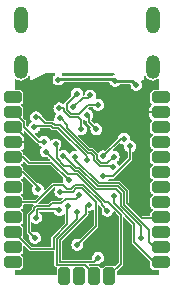
<source format=gbr>
%TF.GenerationSoftware,KiCad,Pcbnew,(6.0.8)*%
%TF.CreationDate,2022-11-03T22:25:17+01:00*%
%TF.ProjectId,epi,6570692e-6b69-4636-9164-5f7063625858,rev?*%
%TF.SameCoordinates,Original*%
%TF.FileFunction,Copper,L2,Bot*%
%TF.FilePolarity,Positive*%
%FSLAX46Y46*%
G04 Gerber Fmt 4.6, Leading zero omitted, Abs format (unit mm)*
G04 Created by KiCad (PCBNEW (6.0.8)) date 2022-11-03 22:25:17*
%MOMM*%
%LPD*%
G01*
G04 APERTURE LIST*
G04 Aperture macros list*
%AMRoundRect*
0 Rectangle with rounded corners*
0 $1 Rounding radius*
0 $2 $3 $4 $5 $6 $7 $8 $9 X,Y pos of 4 corners*
0 Add a 4 corners polygon primitive as box body*
4,1,4,$2,$3,$4,$5,$6,$7,$8,$9,$2,$3,0*
0 Add four circle primitives for the rounded corners*
1,1,$1+$1,$2,$3*
1,1,$1+$1,$4,$5*
1,1,$1+$1,$6,$7*
1,1,$1+$1,$8,$9*
0 Add four rect primitives between the rounded corners*
20,1,$1+$1,$2,$3,$4,$5,0*
20,1,$1+$1,$4,$5,$6,$7,0*
20,1,$1+$1,$6,$7,$8,$9,0*
20,1,$1+$1,$8,$9,$2,$3,0*%
G04 Aperture macros list end*
%TA.AperFunction,ComponentPad*%
%ADD10RoundRect,0.250000X-0.250000X0.500000X-0.250000X-0.500000X0.250000X-0.500000X0.250000X0.500000X0*%
%TD*%
%TA.AperFunction,ComponentPad*%
%ADD11RoundRect,0.250000X-0.500000X-0.250000X0.500000X-0.250000X0.500000X0.250000X-0.500000X0.250000X0*%
%TD*%
%TA.AperFunction,ComponentPad*%
%ADD12O,1.200000X2.300000*%
%TD*%
%TA.AperFunction,ComponentPad*%
%ADD13O,1.200000X2.000000*%
%TD*%
%TA.AperFunction,ViaPad*%
%ADD14C,0.500000*%
%TD*%
%TA.AperFunction,Conductor*%
%ADD15C,0.127000*%
%TD*%
%TA.AperFunction,Conductor*%
%ADD16C,0.200000*%
%TD*%
%TA.AperFunction,Conductor*%
%ADD17C,0.250000*%
%TD*%
G04 APERTURE END LIST*
D10*
%TO.P,J3,1,Pin_1*%
%TO.N,IO11*%
X101900000Y-59400000D03*
%TO.P,J3,2,Pin_2*%
%TO.N,IO12*%
X100630000Y-59400000D03*
%TO.P,J3,3,Pin_3*%
%TO.N,IO13*%
X99360000Y-59400000D03*
%TO.P,J3,4,Pin_4*%
%TO.N,A5*%
X98090000Y-59400000D03*
%TD*%
D11*
%TO.P,J1,1,Pin_1*%
%TO.N,D1{slash}TX*%
X93750000Y-44250000D03*
%TO.P,J1,2,Pin_2*%
%TO.N,D0{slash}RX*%
X93750000Y-45520000D03*
%TO.P,J1,3,Pin_3*%
%TO.N,GND*%
X93750000Y-46790000D03*
%TO.P,J1,4,Pin_4*%
X93750000Y-48060000D03*
%TO.P,J1,5,Pin_5*%
%TO.N,D2{slash}SDA*%
X93750000Y-49330000D03*
%TO.P,J1,6,Pin_6*%
%TO.N,D3{slash}SCL*%
X93750000Y-50600000D03*
%TO.P,J1,7,Pin_7*%
%TO.N,D4*%
X93750000Y-51870000D03*
%TO.P,J1,8,Pin_8*%
%TO.N,D5*%
X93750000Y-53140000D03*
%TO.P,J1,9,Pin_9*%
%TO.N,D6*%
X93750000Y-54410000D03*
%TO.P,J1,10,Pin_10*%
%TO.N,D7*%
X93750000Y-55680000D03*
%TO.P,J1,11,Pin_11*%
%TO.N,IO8*%
X93750000Y-56950000D03*
%TO.P,J1,12,Pin_12*%
%TO.N,IO9*%
X93750000Y-58220000D03*
%TD*%
D12*
%TO.P,J4,S1,SHIELD*%
%TO.N,unconnected-(J4-PadS1)*%
X105600000Y-37705000D03*
D13*
X105600000Y-41705000D03*
D12*
X94400000Y-37705000D03*
D13*
X94400000Y-41705000D03*
%TD*%
D11*
%TO.P,J2,1,Pin_1*%
%TO.N,VBUS*%
X106250000Y-44250000D03*
%TO.P,J2,2,Pin_2*%
%TO.N,GND*%
X106250000Y-45520000D03*
%TO.P,J2,3,Pin_3*%
%TO.N,RST*%
X106250000Y-46790000D03*
%TO.P,J2,4,Pin_4*%
%TO.N,A4*%
X106250000Y-48060000D03*
%TO.P,J2,5,Pin_5*%
%TO.N,A3*%
X106250000Y-49330000D03*
%TO.P,J2,6,Pin_6*%
%TO.N,A2*%
X106250000Y-50600000D03*
%TO.P,J2,7,Pin_7*%
%TO.N,A1*%
X106250000Y-51870000D03*
%TO.P,J2,8,Pin_8*%
%TO.N,A0*%
X106250000Y-53140000D03*
%TO.P,J2,9,Pin_9*%
%TO.N,D15{slash}SCK*%
X106250000Y-54410000D03*
%TO.P,J2,10,Pin_10*%
%TO.N,D14{slash}MISO*%
X106250000Y-55680000D03*
%TO.P,J2,11,Pin_11*%
%TO.N,D16{slash}MOSI*%
X106250000Y-56950000D03*
%TO.P,J2,12,Pin_12*%
%TO.N,IO10*%
X106250000Y-58220000D03*
%TD*%
D14*
%TO.N,GND*%
X103250000Y-44950000D03*
X95250000Y-48150000D03*
X96350000Y-56500000D03*
X104400000Y-57700000D03*
X96900000Y-44000000D03*
X95600000Y-49250000D03*
X103450000Y-55300000D03*
X102000000Y-56600000D03*
X95750000Y-45100000D03*
X97250000Y-54750000D03*
X98300000Y-57600000D03*
X104500000Y-49700000D03*
X104850000Y-53650000D03*
X101400000Y-44100000D03*
%TO.N,Net-(C2-Pad2)*%
X97750000Y-46050000D03*
X102275000Y-49275000D03*
%TO.N,Net-(C5-Pad2)*%
X97750000Y-52250000D03*
X99200000Y-56750000D03*
%TO.N,Net-(C6-Pad2)*%
X100200000Y-53350000D03*
X100950000Y-57850000D03*
%TO.N,Net-(C7-Pad1)*%
X102200000Y-50150000D03*
X95700000Y-45950000D03*
%TO.N,Net-(C8-Pad2)*%
X100000000Y-49550000D03*
X95550000Y-46800000D03*
%TO.N,RST*%
X103150000Y-47750000D03*
X101400000Y-49250000D03*
%TO.N,D0{slash}RX*%
X96400000Y-48000000D03*
%TO.N,IO11*%
X96550000Y-48850000D03*
%TO.N,IO12*%
X99150000Y-53950000D03*
%TO.N,Net-(J4-PadA7)*%
X100950000Y-44900000D03*
X99150000Y-43950000D03*
%TO.N,Net-(J4-PadB5)*%
X98850000Y-45100000D03*
X100300000Y-44100000D03*
%TO.N,D+*%
X99500000Y-46950000D03*
X97680879Y-45177889D03*
%TO.N,D-*%
X100050000Y-45750000D03*
X100800000Y-46950000D03*
%TO.N,D7*%
X98400000Y-53450000D03*
X101400000Y-50950000D03*
X103650000Y-48400000D03*
%TO.N,D15{slash}SCK*%
X99000000Y-49300000D03*
%TO.N,D16{slash}MOSI*%
X98000000Y-49200000D03*
%TO.N,D14{slash}MISO*%
X97350000Y-48250000D03*
X104600000Y-56200000D03*
%TO.N,D3{slash}SCL*%
X95850000Y-52050000D03*
%TO.N,D2{slash}SDA*%
X98500000Y-51300000D03*
%TO.N,D4*%
X95700000Y-54450000D03*
X97650000Y-53800000D03*
%TO.N,IO10*%
X102300000Y-52650000D03*
%TO.N,D5*%
X101750000Y-53850000D03*
%TO.N,A5*%
X99350000Y-52550000D03*
X95600000Y-56150000D03*
%TO.N,Net-(F1-Pad1)*%
X97600000Y-42750000D03*
X102400000Y-42850000D03*
X104200000Y-43200000D03*
%TD*%
D15*
%TO.N,Net-(C5-Pad2)*%
X97754000Y-52246000D02*
X97750000Y-52250000D01*
X98807090Y-52246000D02*
X97754000Y-52246000D01*
X99116590Y-51936500D02*
X98807090Y-52246000D01*
X99583410Y-51936500D02*
X99116590Y-51936500D01*
X100763500Y-53116590D02*
X99583410Y-51936500D01*
X99200000Y-56750000D02*
X100763500Y-55186500D01*
X100763500Y-55186500D02*
X100763500Y-53116590D01*
%TO.N,GND*%
X101826590Y-44406500D02*
X102556500Y-44406500D01*
X101520090Y-44100000D02*
X101826590Y-44406500D01*
X101400000Y-44100000D02*
X101520090Y-44100000D01*
X102556500Y-44406500D02*
X103050000Y-44900000D01*
D16*
X95250000Y-48150000D02*
X93890000Y-46790000D01*
X93890000Y-46790000D02*
X93850000Y-46790000D01*
D15*
X93890000Y-46790000D02*
X93813500Y-46790000D01*
%TO.N,Net-(C2-Pad2)*%
X98350000Y-46896910D02*
X98936500Y-47483410D01*
X100450000Y-48750000D02*
X100203090Y-48750000D01*
X97800000Y-46050000D02*
X98350000Y-46600000D01*
X101203090Y-49850000D02*
X100836500Y-49483410D01*
X98350000Y-46600000D02*
X98350000Y-46896910D01*
X100836500Y-49483410D02*
X100836500Y-49136500D01*
X100203090Y-48750000D02*
X98936500Y-47483410D01*
X102275000Y-49275000D02*
X101700000Y-49850000D01*
X100836500Y-49136500D02*
X100450000Y-48750000D01*
X101700000Y-49850000D02*
X101203090Y-49850000D01*
%TO.N,Net-(C6-Pad2)*%
X97700000Y-56359210D02*
X97700000Y-58200000D01*
X100200000Y-53350000D02*
X100000000Y-53350000D01*
X100600000Y-58200000D02*
X100950000Y-57850000D01*
X99950000Y-54109210D02*
X97700000Y-56359210D01*
X97700000Y-58200000D02*
X100600000Y-58200000D01*
X99950000Y-53400000D02*
X99950000Y-54109210D01*
X100000000Y-53350000D02*
X99950000Y-53400000D01*
%TO.N,Net-(C7-Pad1)*%
X100344790Y-49004000D02*
X100097880Y-49004000D01*
X96491710Y-46432500D02*
X95945710Y-45886500D01*
X102154000Y-50104000D02*
X101097880Y-50104000D01*
X97088620Y-46432500D02*
X96491710Y-46432500D01*
X101097880Y-50104000D02*
X100582500Y-49588620D01*
X100097880Y-49004000D02*
X97707380Y-46613500D01*
X100582500Y-49588620D02*
X100582500Y-49241710D01*
X97269620Y-46613500D02*
X97088620Y-46432500D01*
X97707380Y-46613500D02*
X97269620Y-46613500D01*
X100582500Y-49241710D02*
X100344790Y-49004000D01*
X102200000Y-50150000D02*
X102154000Y-50104000D01*
X95945710Y-45886500D02*
X95800000Y-45886500D01*
%TO.N,Net-(C8-Pad2)*%
X96983410Y-46686500D02*
X97164410Y-46867500D01*
X97602170Y-46867500D02*
X100000000Y-49265330D01*
X97164410Y-46867500D02*
X97602170Y-46867500D01*
X100000000Y-49265330D02*
X100000000Y-49550000D01*
X95550000Y-46800000D02*
X95663500Y-46686500D01*
X95663500Y-46686500D02*
X96983410Y-46686500D01*
%TO.N,RST*%
X103150000Y-47750000D02*
X102900000Y-47750000D01*
X102900000Y-47750000D02*
X101400000Y-49250000D01*
%TO.N,D0{slash}RX*%
X95950000Y-48000000D02*
X94690500Y-46740500D01*
X96400000Y-48000000D02*
X95950000Y-48000000D01*
X94690500Y-46740500D02*
X94690500Y-46357539D01*
X93852961Y-45520000D02*
X93813500Y-45520000D01*
X94690500Y-46357539D02*
X93852961Y-45520000D01*
%TO.N,IO11*%
X98734515Y-50737605D02*
X99128395Y-50737605D01*
X99128395Y-50737605D02*
X101526370Y-53135580D01*
X96550000Y-48850000D02*
X96550000Y-48906120D01*
X102886500Y-58350000D02*
X101900000Y-59336500D01*
X96550000Y-48906120D02*
X98380380Y-50736500D01*
X98380380Y-50736500D02*
X98733410Y-50736500D01*
X98733410Y-50736500D02*
X98734515Y-50737605D01*
X102886500Y-54189590D02*
X102886500Y-58350000D01*
X101832490Y-53135580D02*
X102886500Y-54189590D01*
X101526370Y-53135580D02*
X101832490Y-53135580D01*
%TO.N,IO12*%
X99150000Y-54550000D02*
X99150000Y-53950000D01*
X100630000Y-59336500D02*
X100630000Y-59230000D01*
X97454000Y-58454000D02*
X97446000Y-58446000D01*
X97446000Y-58446000D02*
X97446000Y-56254000D01*
X99854000Y-58454000D02*
X97454000Y-58454000D01*
X100630000Y-59230000D02*
X99854000Y-58454000D01*
X97446000Y-56254000D02*
X99150000Y-54550000D01*
%TO.N,Net-(J4-PadA7)*%
X98286500Y-45333410D02*
X98653090Y-45700000D01*
X99150000Y-43950000D02*
X98286500Y-44813500D01*
X98286500Y-44813500D02*
X98286500Y-45333410D01*
X99303090Y-45700000D02*
X100103090Y-44900000D01*
X98653090Y-45700000D02*
X99303090Y-45700000D01*
X100103090Y-44900000D02*
X100950000Y-44900000D01*
%TO.N,Net-(J4-PadB5)*%
X99650000Y-44300000D02*
X98850000Y-45100000D01*
X100300000Y-44100000D02*
X100100000Y-44300000D01*
X100100000Y-44300000D02*
X99650000Y-44300000D01*
%TO.N,D+*%
X98547880Y-45954000D02*
X99254000Y-45954000D01*
X99500000Y-46200000D02*
X99500000Y-46950000D01*
X99254000Y-45954000D02*
X99500000Y-46200000D01*
X98032500Y-45177889D02*
X98032500Y-45438620D01*
X97680879Y-45177889D02*
X98032500Y-45177889D01*
X98032500Y-45438620D02*
X98547880Y-45954000D01*
%TO.N,D-*%
X100800000Y-46950000D02*
X100200000Y-46350000D01*
X100200000Y-45900000D02*
X100050000Y-45750000D01*
X100200000Y-46350000D02*
X100200000Y-45900000D01*
%TO.N,D7*%
X98350000Y-54990790D02*
X98350000Y-53500000D01*
X102196910Y-50950000D02*
X103650000Y-49496910D01*
X98350000Y-53500000D02*
X98400000Y-53450000D01*
X93852961Y-55680000D02*
X95272961Y-57100000D01*
X101400000Y-50950000D02*
X102196910Y-50950000D01*
X97192000Y-57100000D02*
X97192000Y-56148790D01*
X97192000Y-56148790D02*
X98350000Y-54990790D01*
X95272961Y-57100000D02*
X97192000Y-57100000D01*
X103650000Y-49496910D02*
X103650000Y-48400000D01*
X93813500Y-55680000D02*
X93852961Y-55680000D01*
%TO.N,D15{slash}SCK*%
X106186500Y-54473500D02*
X106186500Y-54410000D01*
X103371500Y-53237750D02*
X104633750Y-54500000D01*
X103371500Y-52206170D02*
X103371500Y-53237750D01*
X106160000Y-54500000D02*
X106186500Y-54473500D01*
X101018420Y-51550000D02*
X102715330Y-51550000D01*
X99000000Y-49300000D02*
X99000000Y-49531580D01*
X104633750Y-54500000D02*
X106160000Y-54500000D01*
X102715330Y-51550000D02*
X103371500Y-52206170D01*
X99000000Y-49531580D02*
X101018420Y-51550000D01*
%TO.N,D16{slash}MOSI*%
X103117500Y-52311380D02*
X103117500Y-53342960D01*
X103117500Y-53342960D02*
X105246000Y-55471460D01*
X99338815Y-50229605D02*
X100913210Y-51804000D01*
X98000000Y-49200000D02*
X98053090Y-49200000D01*
X105246000Y-55471460D02*
X105246000Y-56496000D01*
X100913210Y-51804000D02*
X102610120Y-51804000D01*
X105700000Y-56950000D02*
X106186500Y-56950000D01*
X98053090Y-49200000D02*
X99082695Y-50229605D01*
X105246000Y-56496000D02*
X105700000Y-56950000D01*
X99082695Y-50229605D02*
X99338815Y-50229605D01*
X102610120Y-51804000D02*
X103117500Y-52311380D01*
%TO.N,D14{slash}MISO*%
X97450000Y-48350000D02*
X97350000Y-48250000D01*
X100808000Y-52058000D02*
X99233605Y-50483605D01*
X102504910Y-52058000D02*
X100808000Y-52058000D01*
X99233605Y-50483605D02*
X98977485Y-50483605D01*
X97436500Y-49433410D02*
X97436500Y-48966590D01*
X102863500Y-53448170D02*
X102863500Y-52416590D01*
X102863500Y-52416590D02*
X102504910Y-52058000D01*
X104600000Y-56200000D02*
X104600000Y-55184670D01*
X98571940Y-50078060D02*
X98081150Y-50078060D01*
X98977485Y-50483605D02*
X98571940Y-50078060D01*
X98081150Y-50078060D02*
X97436500Y-49433410D01*
X97450000Y-48953090D02*
X97450000Y-48350000D01*
X104600000Y-55184670D02*
X102863500Y-53448170D01*
X97436500Y-48966590D02*
X97450000Y-48953090D01*
%TO.N,D3{slash}SCL*%
X95850000Y-51862603D02*
X94587397Y-50600000D01*
X95850000Y-52050000D02*
X95850000Y-51862603D01*
X94587397Y-50600000D02*
X93813500Y-50600000D01*
%TO.N,D2{slash}SDA*%
X98500000Y-51300000D02*
X97000000Y-49800000D01*
X95100000Y-49800000D02*
X94630000Y-49330000D01*
X94630000Y-49330000D02*
X93813500Y-49330000D01*
X97000000Y-49800000D02*
X95100000Y-49800000D01*
%TO.N,D4*%
X95800000Y-54350000D02*
X95700000Y-54450000D01*
X95800000Y-53750000D02*
X95800000Y-54350000D01*
X97650000Y-53800000D02*
X97600000Y-53750000D01*
X97600000Y-53750000D02*
X95800000Y-53750000D01*
%TO.N,IO10*%
X102300000Y-52650000D02*
X102300000Y-53243880D01*
X104036500Y-56536500D02*
X105720000Y-58220000D01*
X105720000Y-58220000D02*
X106186500Y-58220000D01*
X104036500Y-54980380D02*
X104036500Y-56536500D01*
X102300000Y-53243880D02*
X104036500Y-54980380D01*
%TO.N,D5*%
X101250000Y-53350000D02*
X101250000Y-53240790D01*
X101750000Y-53850000D02*
X101250000Y-53350000D01*
X98288910Y-51992000D02*
X97983410Y-51686500D01*
X97983410Y-51686500D02*
X97145080Y-51686500D01*
X97145080Y-51686500D02*
X95691580Y-53140000D01*
X95691580Y-53140000D02*
X93813500Y-53140000D01*
X99691710Y-51682500D02*
X99011380Y-51682500D01*
X98701880Y-51992000D02*
X98288910Y-51992000D01*
X101250000Y-53240790D02*
X99691710Y-51682500D01*
X99011380Y-51682500D02*
X98701880Y-51992000D01*
%TO.N,A5*%
X95694790Y-53496000D02*
X95546000Y-53644790D01*
X97063500Y-53236500D02*
X96804000Y-53496000D01*
X97813500Y-53236500D02*
X97063500Y-53236500D01*
X95546000Y-53807090D02*
X95100000Y-54253090D01*
X99350000Y-52550000D02*
X99050000Y-52850000D01*
X96804000Y-53496000D02*
X95694790Y-53496000D01*
X95546000Y-53644790D02*
X95546000Y-53807090D01*
X99050000Y-52850000D02*
X98200000Y-52850000D01*
X95100000Y-54253090D02*
X95100000Y-55650000D01*
X95100000Y-55650000D02*
X95600000Y-56150000D01*
X98200000Y-52850000D02*
X97813500Y-53236500D01*
D17*
%TO.N,Net-(F1-Pad1)*%
X102260000Y-42710000D02*
X97640000Y-42710000D01*
D16*
X97640000Y-42710000D02*
X97600000Y-42750000D01*
D17*
X103850000Y-42850000D02*
X104200000Y-43200000D01*
X102400000Y-42850000D02*
X103850000Y-42850000D01*
D16*
X102400000Y-42850000D02*
X102260000Y-42710000D01*
%TD*%
%TA.AperFunction,Conductor*%
%TO.N,GND*%
G36*
X103184194Y-54398189D02*
G01*
X103827194Y-55041189D01*
X103845500Y-55085383D01*
X103845500Y-56493268D01*
X103844250Y-56500607D01*
X103844977Y-56500690D01*
X103844180Y-56507681D01*
X103841848Y-56514322D01*
X103842626Y-56521315D01*
X103842626Y-56521316D01*
X103845117Y-56543697D01*
X103845500Y-56550610D01*
X103845500Y-56558033D01*
X103847081Y-56564965D01*
X103848257Y-56571918D01*
X103851486Y-56600929D01*
X103855219Y-56606893D01*
X103856594Y-56610841D01*
X103858403Y-56614600D01*
X103859968Y-56621459D01*
X103864353Y-56626961D01*
X103864353Y-56626962D01*
X103878148Y-56644273D01*
X103882244Y-56650059D01*
X103884220Y-56653215D01*
X103886096Y-56656211D01*
X103891309Y-56661424D01*
X103895994Y-56666668D01*
X103914275Y-56689609D01*
X103920614Y-56692667D01*
X103926115Y-56697058D01*
X103925689Y-56697592D01*
X103931853Y-56701968D01*
X105354194Y-58124309D01*
X105372500Y-58168503D01*
X105372501Y-58336183D01*
X105372501Y-58505780D01*
X105383422Y-58579979D01*
X105385562Y-58584337D01*
X105385562Y-58584338D01*
X105431161Y-58677210D01*
X105438810Y-58692790D01*
X105442462Y-58696436D01*
X105442463Y-58696437D01*
X105524098Y-58777930D01*
X105524100Y-58777932D01*
X105527753Y-58781578D01*
X105640661Y-58836769D01*
X105645464Y-58837470D01*
X105645465Y-58837470D01*
X105667440Y-58840676D01*
X105714219Y-58847500D01*
X105988016Y-58847500D01*
X106010718Y-58851769D01*
X106042654Y-58864220D01*
X106080776Y-58879083D01*
X106080138Y-58880720D01*
X106113800Y-58906000D01*
X106122500Y-58937809D01*
X106122500Y-59210000D01*
X106104194Y-59254194D01*
X106060000Y-59272500D01*
X102613389Y-59272500D01*
X102569195Y-59254194D01*
X102552616Y-59224590D01*
X102538663Y-59166472D01*
X102537784Y-59162810D01*
X102536058Y-59159465D01*
X102536056Y-59159461D01*
X102534461Y-59156371D01*
X102527499Y-59127705D01*
X102527499Y-59005004D01*
X102545805Y-58960810D01*
X102990987Y-58515628D01*
X102997061Y-58511323D01*
X102996605Y-58510750D01*
X103002113Y-58506369D01*
X103008458Y-58503322D01*
X103021217Y-58487368D01*
X103026918Y-58480239D01*
X103031535Y-58475080D01*
X103036784Y-58469831D01*
X103040557Y-58463828D01*
X103044665Y-58458047D01*
X103048302Y-58453500D01*
X103062883Y-58435267D01*
X103064460Y-58428407D01*
X103066278Y-58424647D01*
X103067656Y-58420711D01*
X103071402Y-58414752D01*
X103074680Y-58385758D01*
X103075870Y-58378792D01*
X103077500Y-58371703D01*
X103077500Y-58364329D01*
X103077896Y-58357308D01*
X103078531Y-58351688D01*
X103081191Y-58328161D01*
X103078870Y-58321516D01*
X103078086Y-58314522D01*
X103078764Y-58314446D01*
X103077500Y-58306994D01*
X103077500Y-54442383D01*
X103095806Y-54398189D01*
X103140000Y-54379883D01*
X103184194Y-54398189D01*
G37*
%TD.AperFunction*%
%TA.AperFunction,Conductor*%
G36*
X101061194Y-53413946D02*
G01*
X101072221Y-53429491D01*
X101073468Y-53434959D01*
X101077851Y-53440460D01*
X101077852Y-53440461D01*
X101091648Y-53457773D01*
X101095744Y-53463559D01*
X101099596Y-53469711D01*
X101104809Y-53474924D01*
X101109494Y-53480168D01*
X101120943Y-53494535D01*
X101127775Y-53503109D01*
X101134114Y-53506167D01*
X101139615Y-53510558D01*
X101139189Y-53511092D01*
X101145353Y-53515468D01*
X101256375Y-53626490D01*
X101274681Y-53670684D01*
X101269516Y-53693838D01*
X101269641Y-53693876D01*
X101269148Y-53695488D01*
X101268756Y-53697244D01*
X101266447Y-53702163D01*
X101244391Y-53843823D01*
X101244968Y-53848236D01*
X101244968Y-53848238D01*
X101245277Y-53850598D01*
X101262980Y-53985979D01*
X101264773Y-53990054D01*
X101312883Y-54099391D01*
X101320720Y-54117203D01*
X101323584Y-54120610D01*
X101410107Y-54223543D01*
X101410110Y-54223546D01*
X101412970Y-54226948D01*
X101532313Y-54306390D01*
X101536564Y-54307718D01*
X101664905Y-54347814D01*
X101664908Y-54347814D01*
X101669157Y-54349142D01*
X101673609Y-54349224D01*
X101673611Y-54349224D01*
X101744642Y-54350526D01*
X101812499Y-54351770D01*
X101950817Y-54314060D01*
X102072991Y-54239045D01*
X102090202Y-54220031D01*
X102166213Y-54136054D01*
X102169200Y-54132754D01*
X102231710Y-54003733D01*
X102240231Y-53953087D01*
X102265616Y-53912543D01*
X102312235Y-53901823D01*
X102346057Y-53919262D01*
X102476817Y-54050021D01*
X102677194Y-54250398D01*
X102695500Y-54294592D01*
X102695500Y-58244997D01*
X102677194Y-58289191D01*
X102407639Y-58558746D01*
X102363445Y-58577052D01*
X102335998Y-58570703D01*
X102263699Y-58535362D01*
X102263698Y-58535362D01*
X102259339Y-58533231D01*
X102254536Y-58532530D01*
X102254535Y-58532530D01*
X102232560Y-58529324D01*
X102185781Y-58522500D01*
X101900755Y-58522500D01*
X101614220Y-58522501D01*
X101540021Y-58533422D01*
X101535663Y-58535562D01*
X101535662Y-58535562D01*
X101431845Y-58586534D01*
X101431844Y-58586535D01*
X101427210Y-58588810D01*
X101423564Y-58592462D01*
X101423563Y-58592463D01*
X101342070Y-58674098D01*
X101342068Y-58674100D01*
X101338422Y-58677753D01*
X101336154Y-58682393D01*
X101321129Y-58713131D01*
X101285275Y-58744797D01*
X101237531Y-58741835D01*
X101208876Y-58713230D01*
X101193467Y-58681847D01*
X101193466Y-58681846D01*
X101191190Y-58677210D01*
X101183008Y-58669042D01*
X101105902Y-58592070D01*
X101105900Y-58592068D01*
X101102247Y-58588422D01*
X101031363Y-58553773D01*
X100993699Y-58535362D01*
X100993698Y-58535362D01*
X100989339Y-58533231D01*
X100984536Y-58532530D01*
X100984535Y-58532530D01*
X100962560Y-58529324D01*
X100915781Y-58522500D01*
X100630755Y-58522500D01*
X100344220Y-58522501D01*
X100270021Y-58533422D01*
X100265661Y-58535563D01*
X100265660Y-58535563D01*
X100265556Y-58535614D01*
X100265480Y-58535619D01*
X100261022Y-58537004D01*
X100260687Y-58535924D01*
X100217817Y-58538657D01*
X100193819Y-58523704D01*
X100167809Y-58497694D01*
X100149503Y-58453500D01*
X100167809Y-58409306D01*
X100212003Y-58391000D01*
X100556768Y-58391000D01*
X100564107Y-58392250D01*
X100564190Y-58391523D01*
X100571181Y-58392320D01*
X100577822Y-58394652D01*
X100584815Y-58393874D01*
X100584816Y-58393874D01*
X100607197Y-58391383D01*
X100614110Y-58391000D01*
X100621533Y-58391000D01*
X100628465Y-58389419D01*
X100635418Y-58388243D01*
X100664429Y-58385014D01*
X100670393Y-58381281D01*
X100674341Y-58379906D01*
X100678100Y-58378097D01*
X100684959Y-58376532D01*
X100707774Y-58358351D01*
X100713559Y-58354256D01*
X100716715Y-58352280D01*
X100716717Y-58352279D01*
X100719711Y-58350404D01*
X100724924Y-58345191D01*
X100730168Y-58340506D01*
X100735593Y-58336183D01*
X100781564Y-58322958D01*
X100793171Y-58325403D01*
X100869157Y-58349142D01*
X100873610Y-58349224D01*
X100873612Y-58349224D01*
X100942791Y-58350492D01*
X101012499Y-58351770D01*
X101150817Y-58314060D01*
X101272991Y-58239045D01*
X101369200Y-58132754D01*
X101431710Y-58003733D01*
X101455496Y-57862354D01*
X101455647Y-57850000D01*
X101435323Y-57708082D01*
X101375984Y-57577572D01*
X101282400Y-57468963D01*
X101162095Y-57390985D01*
X101149456Y-57387205D01*
X101036773Y-57353506D01*
X101024739Y-57349907D01*
X100953057Y-57349469D01*
X100885829Y-57349058D01*
X100885828Y-57349058D01*
X100881376Y-57349031D01*
X100743529Y-57388428D01*
X100622280Y-57464930D01*
X100619337Y-57468262D01*
X100619335Y-57468264D01*
X100565805Y-57528876D01*
X100527377Y-57572388D01*
X100466447Y-57702163D01*
X100444391Y-57843823D01*
X100444968Y-57848236D01*
X100444968Y-57848237D01*
X100456758Y-57938396D01*
X100444337Y-57984591D01*
X100402890Y-58008472D01*
X100394786Y-58009000D01*
X97953500Y-58009000D01*
X97909306Y-57990694D01*
X97891000Y-57946500D01*
X97891000Y-56464213D01*
X97909306Y-56420019D01*
X100054487Y-54274838D01*
X100060561Y-54270533D01*
X100060105Y-54269960D01*
X100065613Y-54265579D01*
X100071958Y-54262532D01*
X100088155Y-54242279D01*
X100090418Y-54239449D01*
X100095035Y-54234290D01*
X100100284Y-54229041D01*
X100104057Y-54223038D01*
X100108165Y-54217257D01*
X100108209Y-54217203D01*
X100126383Y-54194477D01*
X100127960Y-54187617D01*
X100129778Y-54183857D01*
X100131156Y-54179921D01*
X100134902Y-54173962D01*
X100136218Y-54162326D01*
X100138179Y-54144973D01*
X100139370Y-54138002D01*
X100141000Y-54130913D01*
X100141000Y-54123539D01*
X100141396Y-54116518D01*
X100142923Y-54103009D01*
X100144691Y-54087371D01*
X100142370Y-54080726D01*
X100141586Y-54073732D01*
X100142264Y-54073656D01*
X100141000Y-54066204D01*
X100141000Y-53913198D01*
X100159306Y-53869004D01*
X100204646Y-53850709D01*
X100262499Y-53851770D01*
X100400817Y-53814060D01*
X100404606Y-53811734D01*
X100404612Y-53811731D01*
X100477297Y-53767102D01*
X100524537Y-53759577D01*
X100563261Y-53787660D01*
X100572500Y-53820363D01*
X100572500Y-55081497D01*
X100554194Y-55125691D01*
X99420612Y-56259273D01*
X99376418Y-56277579D01*
X99358511Y-56274959D01*
X99279007Y-56251183D01*
X99279004Y-56251183D01*
X99274739Y-56249907D01*
X99203057Y-56249469D01*
X99135829Y-56249058D01*
X99135828Y-56249058D01*
X99131376Y-56249031D01*
X98993529Y-56288428D01*
X98872280Y-56364930D01*
X98869337Y-56368262D01*
X98869335Y-56368264D01*
X98784597Y-56464213D01*
X98777377Y-56472388D01*
X98716447Y-56602163D01*
X98715762Y-56606561D01*
X98715762Y-56606562D01*
X98714338Y-56615711D01*
X98694391Y-56743823D01*
X98694968Y-56748236D01*
X98694968Y-56748238D01*
X98696499Y-56759942D01*
X98712980Y-56885979D01*
X98714773Y-56890054D01*
X98722556Y-56907741D01*
X98770720Y-57017203D01*
X98773584Y-57020610D01*
X98860107Y-57123543D01*
X98860110Y-57123546D01*
X98862970Y-57126948D01*
X98982313Y-57206390D01*
X98986564Y-57207718D01*
X99114905Y-57247814D01*
X99114908Y-57247814D01*
X99119157Y-57249142D01*
X99123609Y-57249224D01*
X99123611Y-57249224D01*
X99194642Y-57250526D01*
X99262499Y-57251770D01*
X99400817Y-57214060D01*
X99522991Y-57139045D01*
X99619200Y-57032754D01*
X99681710Y-56903733D01*
X99684012Y-56890054D01*
X99691339Y-56846500D01*
X99705496Y-56762354D01*
X99705647Y-56750000D01*
X99693507Y-56665230D01*
X99685954Y-56612486D01*
X99685953Y-56612484D01*
X99685323Y-56608082D01*
X99683481Y-56604031D01*
X99683480Y-56604027D01*
X99680345Y-56597131D01*
X99678717Y-56549323D01*
X99693046Y-56527069D01*
X100867987Y-55352128D01*
X100874061Y-55347823D01*
X100873605Y-55347250D01*
X100879113Y-55342869D01*
X100885458Y-55339822D01*
X100903918Y-55316739D01*
X100908535Y-55311580D01*
X100913784Y-55306331D01*
X100917557Y-55300328D01*
X100921665Y-55294547D01*
X100935487Y-55277264D01*
X100939883Y-55271767D01*
X100941460Y-55264907D01*
X100943278Y-55261147D01*
X100944656Y-55257211D01*
X100948402Y-55251252D01*
X100951679Y-55222263D01*
X100952871Y-55215287D01*
X100954500Y-55208203D01*
X100954500Y-55200829D01*
X100954896Y-55193808D01*
X100957400Y-55171655D01*
X100958191Y-55164662D01*
X100955870Y-55158017D01*
X100955086Y-55151023D01*
X100955764Y-55150947D01*
X100954500Y-55143495D01*
X100954500Y-53458140D01*
X100972806Y-53413946D01*
X101017000Y-53395640D01*
X101061194Y-53413946D01*
G37*
%TD.AperFunction*%
%TA.AperFunction,Conductor*%
G36*
X95482981Y-53349306D02*
G01*
X95501287Y-53393500D01*
X95482981Y-53437694D01*
X95441513Y-53479162D01*
X95435439Y-53483467D01*
X95435895Y-53484040D01*
X95430387Y-53488421D01*
X95424042Y-53491468D01*
X95419646Y-53496965D01*
X95405582Y-53514551D01*
X95400965Y-53519710D01*
X95395716Y-53524959D01*
X95393847Y-53527933D01*
X95391943Y-53530962D01*
X95387838Y-53536738D01*
X95369617Y-53559523D01*
X95368040Y-53566383D01*
X95366222Y-53570143D01*
X95364844Y-53574079D01*
X95361098Y-53580038D01*
X95360307Y-53587032D01*
X95360307Y-53587033D01*
X95357821Y-53609026D01*
X95356629Y-53616003D01*
X95355000Y-53623087D01*
X95355000Y-53630461D01*
X95354604Y-53637482D01*
X95351309Y-53666628D01*
X95353630Y-53673273D01*
X95354414Y-53680267D01*
X95353736Y-53680343D01*
X95355000Y-53687795D01*
X95355000Y-53702087D01*
X95336694Y-53746281D01*
X94995513Y-54087462D01*
X94989439Y-54091767D01*
X94989895Y-54092340D01*
X94984387Y-54096721D01*
X94978042Y-54099768D01*
X94973646Y-54105265D01*
X94959582Y-54122851D01*
X94954965Y-54128010D01*
X94949716Y-54133259D01*
X94947847Y-54136233D01*
X94945943Y-54139262D01*
X94941838Y-54145038D01*
X94923617Y-54167823D01*
X94922040Y-54174683D01*
X94920222Y-54178443D01*
X94918844Y-54182379D01*
X94915098Y-54188338D01*
X94914307Y-54195332D01*
X94914307Y-54195333D01*
X94911821Y-54217326D01*
X94910629Y-54224303D01*
X94909000Y-54231387D01*
X94909000Y-54238761D01*
X94908604Y-54245782D01*
X94905309Y-54274928D01*
X94907630Y-54281573D01*
X94908414Y-54288567D01*
X94907736Y-54288643D01*
X94909000Y-54296095D01*
X94909000Y-55606768D01*
X94907750Y-55614107D01*
X94908477Y-55614190D01*
X94907680Y-55621181D01*
X94905348Y-55627822D01*
X94906126Y-55634815D01*
X94906126Y-55634816D01*
X94908617Y-55657197D01*
X94909000Y-55664110D01*
X94909000Y-55671533D01*
X94910581Y-55678465D01*
X94911757Y-55685418D01*
X94914986Y-55714429D01*
X94918719Y-55720393D01*
X94920094Y-55724341D01*
X94921903Y-55728100D01*
X94923468Y-55734959D01*
X94927853Y-55740461D01*
X94927853Y-55740462D01*
X94941648Y-55757773D01*
X94945744Y-55763559D01*
X94949596Y-55769711D01*
X94954809Y-55774924D01*
X94959494Y-55780168D01*
X94977775Y-55803109D01*
X94984114Y-55806167D01*
X94989615Y-55810558D01*
X94989189Y-55811092D01*
X94995353Y-55815468D01*
X95106375Y-55926490D01*
X95124681Y-55970684D01*
X95119516Y-55993838D01*
X95119641Y-55993876D01*
X95119148Y-55995488D01*
X95118756Y-55997244D01*
X95116447Y-56002163D01*
X95094391Y-56143823D01*
X95094968Y-56148236D01*
X95094968Y-56148238D01*
X95100664Y-56191795D01*
X95112980Y-56285979D01*
X95114773Y-56290054D01*
X95158227Y-56388810D01*
X95170720Y-56417203D01*
X95173584Y-56420610D01*
X95260107Y-56523543D01*
X95260110Y-56523546D01*
X95262970Y-56526948D01*
X95382313Y-56606390D01*
X95386564Y-56607718D01*
X95514905Y-56647814D01*
X95514908Y-56647814D01*
X95519157Y-56649142D01*
X95523609Y-56649224D01*
X95523611Y-56649224D01*
X95594642Y-56650526D01*
X95662499Y-56651770D01*
X95800817Y-56614060D01*
X95906252Y-56549323D01*
X95919198Y-56541374D01*
X95922991Y-56539045D01*
X96019200Y-56432754D01*
X96081710Y-56303733D01*
X96084012Y-56290054D01*
X96092232Y-56241190D01*
X96105496Y-56162354D01*
X96105647Y-56150000D01*
X96085323Y-56008082D01*
X96025984Y-55877572D01*
X95932400Y-55768963D01*
X95812095Y-55690985D01*
X95781754Y-55681911D01*
X95735335Y-55668029D01*
X95674739Y-55649907D01*
X95603057Y-55649469D01*
X95535829Y-55649058D01*
X95535828Y-55649058D01*
X95531376Y-55649031D01*
X95502804Y-55657197D01*
X95440568Y-55674984D01*
X95393045Y-55669527D01*
X95379199Y-55659084D01*
X95309306Y-55589191D01*
X95291000Y-55544997D01*
X95291000Y-54895725D01*
X95309306Y-54851531D01*
X95353500Y-54833225D01*
X95388133Y-54843698D01*
X95482313Y-54906390D01*
X95486564Y-54907718D01*
X95614905Y-54947814D01*
X95614908Y-54947814D01*
X95619157Y-54949142D01*
X95623609Y-54949224D01*
X95623611Y-54949224D01*
X95694642Y-54950526D01*
X95762499Y-54951770D01*
X95900817Y-54914060D01*
X96022991Y-54839045D01*
X96119200Y-54732754D01*
X96181710Y-54603733D01*
X96205496Y-54462354D01*
X96205647Y-54450000D01*
X96185323Y-54308082D01*
X96125984Y-54177572D01*
X96032400Y-54068963D01*
X96028665Y-54066542D01*
X96019507Y-54060606D01*
X95992377Y-54021208D01*
X95991000Y-54008159D01*
X95991000Y-54003500D01*
X96009306Y-53959306D01*
X96053500Y-53941000D01*
X97124407Y-53941000D01*
X97168601Y-53959306D01*
X97181613Y-53978327D01*
X97190861Y-53999343D01*
X97213160Y-54050021D01*
X97220720Y-54067203D01*
X97223584Y-54070610D01*
X97310107Y-54173543D01*
X97310110Y-54173546D01*
X97312970Y-54176948D01*
X97432313Y-54256390D01*
X97436564Y-54257718D01*
X97564905Y-54297814D01*
X97564908Y-54297814D01*
X97569157Y-54299142D01*
X97573609Y-54299224D01*
X97573611Y-54299224D01*
X97644642Y-54300526D01*
X97712499Y-54301770D01*
X97850817Y-54264060D01*
X97972991Y-54189045D01*
X98033707Y-54121967D01*
X98050163Y-54103786D01*
X98093392Y-54083305D01*
X98138442Y-54099391D01*
X98159000Y-54145728D01*
X98159000Y-54885787D01*
X98140694Y-54929981D01*
X97087513Y-55983162D01*
X97081439Y-55987467D01*
X97081895Y-55988040D01*
X97076387Y-55992421D01*
X97070042Y-55995468D01*
X97065646Y-56000965D01*
X97051582Y-56018551D01*
X97046965Y-56023710D01*
X97041716Y-56028959D01*
X97039847Y-56031933D01*
X97037943Y-56034962D01*
X97033838Y-56040738D01*
X97015617Y-56063523D01*
X97014040Y-56070383D01*
X97012222Y-56074143D01*
X97010844Y-56078079D01*
X97007098Y-56084038D01*
X97006307Y-56091032D01*
X97006307Y-56091033D01*
X97003821Y-56113026D01*
X97002629Y-56120003D01*
X97001000Y-56127087D01*
X97001000Y-56134461D01*
X97000604Y-56141482D01*
X96997309Y-56170628D01*
X96999630Y-56177273D01*
X97000414Y-56184267D01*
X96999736Y-56184343D01*
X97001000Y-56191795D01*
X97001000Y-56846500D01*
X96982694Y-56890694D01*
X96938500Y-56909000D01*
X95377964Y-56909000D01*
X95333770Y-56890694D01*
X94604210Y-56161134D01*
X94585904Y-56116940D01*
X94592253Y-56089493D01*
X94614638Y-56043699D01*
X94614638Y-56043698D01*
X94616769Y-56039339D01*
X94617850Y-56031933D01*
X94624964Y-55983162D01*
X94627500Y-55965781D01*
X94627499Y-55394220D01*
X94616578Y-55320021D01*
X94613638Y-55314033D01*
X94563466Y-55211845D01*
X94563465Y-55211844D01*
X94561190Y-55207210D01*
X94547765Y-55193808D01*
X94475902Y-55122070D01*
X94475900Y-55122068D01*
X94472247Y-55118422D01*
X94436869Y-55101129D01*
X94405203Y-55065275D01*
X94408165Y-55017531D01*
X94436770Y-54988876D01*
X94468153Y-54973467D01*
X94468154Y-54973466D01*
X94472790Y-54971190D01*
X94476437Y-54967537D01*
X94557930Y-54885902D01*
X94557932Y-54885900D01*
X94561578Y-54882247D01*
X94610487Y-54782191D01*
X94614638Y-54773699D01*
X94614638Y-54773698D01*
X94616769Y-54769339D01*
X94627500Y-54695781D01*
X94627499Y-54124220D01*
X94616578Y-54050021D01*
X94606795Y-54030095D01*
X94563466Y-53941845D01*
X94563465Y-53941844D01*
X94561190Y-53937210D01*
X94538000Y-53914060D01*
X94475902Y-53852070D01*
X94475900Y-53852068D01*
X94472247Y-53848422D01*
X94436869Y-53831129D01*
X94405203Y-53795275D01*
X94408165Y-53747531D01*
X94436770Y-53718876D01*
X94468153Y-53703467D01*
X94468154Y-53703466D01*
X94472790Y-53701190D01*
X94478482Y-53695488D01*
X94557930Y-53615902D01*
X94557932Y-53615900D01*
X94561578Y-53612247D01*
X94590037Y-53554026D01*
X94614638Y-53503699D01*
X94614638Y-53503698D01*
X94616769Y-53499339D01*
X94619085Y-53483467D01*
X94621989Y-53463559D01*
X94627500Y-53425781D01*
X94627500Y-53393500D01*
X94645806Y-53349306D01*
X94690000Y-53331000D01*
X95438787Y-53331000D01*
X95482981Y-53349306D01*
G37*
%TD.AperFunction*%
%TA.AperFunction,Conductor*%
G36*
X97318105Y-42245806D02*
G01*
X97336411Y-42290000D01*
X97318105Y-42334194D01*
X97307262Y-42342858D01*
X97272280Y-42364930D01*
X97269337Y-42368262D01*
X97269335Y-42368264D01*
X97182538Y-42466544D01*
X97177377Y-42472388D01*
X97116447Y-42602163D01*
X97094391Y-42743823D01*
X97094968Y-42748236D01*
X97094968Y-42748238D01*
X97098828Y-42777755D01*
X97112980Y-42885979D01*
X97114773Y-42890054D01*
X97163075Y-42999828D01*
X97170720Y-43017203D01*
X97173584Y-43020610D01*
X97260107Y-43123543D01*
X97260110Y-43123546D01*
X97262970Y-43126948D01*
X97382313Y-43206390D01*
X97386564Y-43207718D01*
X97514905Y-43247814D01*
X97514908Y-43247814D01*
X97519157Y-43249142D01*
X97523609Y-43249224D01*
X97523611Y-43249224D01*
X97594642Y-43250526D01*
X97662499Y-43251770D01*
X97800817Y-43214060D01*
X97922991Y-43139045D01*
X97955031Y-43103648D01*
X98016213Y-43036054D01*
X98019200Y-43032754D01*
X98036160Y-42997749D01*
X98071904Y-42965958D01*
X98092406Y-42962500D01*
X101861867Y-42962500D01*
X101906061Y-42980806D01*
X101919073Y-42999827D01*
X101933562Y-43032754D01*
X101964756Y-43103648D01*
X101970720Y-43117203D01*
X101973584Y-43120610D01*
X102060107Y-43223543D01*
X102060110Y-43223546D01*
X102062970Y-43226948D01*
X102182313Y-43306390D01*
X102186564Y-43307718D01*
X102314905Y-43347814D01*
X102314908Y-43347814D01*
X102319157Y-43349142D01*
X102323609Y-43349224D01*
X102323611Y-43349224D01*
X102394642Y-43350526D01*
X102462499Y-43351770D01*
X102600817Y-43314060D01*
X102722991Y-43239045D01*
X102749334Y-43209942D01*
X102816213Y-43136054D01*
X102819200Y-43132754D01*
X102820626Y-43129810D01*
X102860151Y-43103648D01*
X102872077Y-43102500D01*
X103635626Y-43102500D01*
X103679820Y-43120806D01*
X103698126Y-43165000D01*
X103697382Y-43174610D01*
X103694391Y-43193823D01*
X103694968Y-43198236D01*
X103694968Y-43198238D01*
X103701815Y-43250598D01*
X103712980Y-43335979D01*
X103714773Y-43340054D01*
X103763263Y-43450255D01*
X103770720Y-43467203D01*
X103773584Y-43470610D01*
X103860107Y-43573543D01*
X103860110Y-43573546D01*
X103862970Y-43576948D01*
X103982313Y-43656390D01*
X103986564Y-43657718D01*
X104114905Y-43697814D01*
X104114908Y-43697814D01*
X104119157Y-43699142D01*
X104123609Y-43699224D01*
X104123611Y-43699224D01*
X104194642Y-43700526D01*
X104262499Y-43701770D01*
X104400817Y-43664060D01*
X104504734Y-43600255D01*
X104519198Y-43591374D01*
X104522991Y-43589045D01*
X104546968Y-43562556D01*
X104616213Y-43486054D01*
X104619200Y-43482754D01*
X104681710Y-43353733D01*
X104682483Y-43349142D01*
X104690769Y-43299889D01*
X104705496Y-43212354D01*
X104705647Y-43200000D01*
X104685323Y-43058082D01*
X104625984Y-42927572D01*
X104623076Y-42924197D01*
X104621754Y-42922130D01*
X104613366Y-42875035D01*
X104640735Y-42835803D01*
X104685493Y-42826948D01*
X104714202Y-42832122D01*
X104716386Y-42831218D01*
X104718723Y-42831557D01*
X104725818Y-42828331D01*
X104725819Y-42828331D01*
X104749777Y-42817438D01*
X104751742Y-42816584D01*
X104773321Y-42807652D01*
X104783328Y-42803510D01*
X104784677Y-42801570D01*
X104786828Y-42800592D01*
X104805354Y-42771901D01*
X104806525Y-42770154D01*
X104826042Y-42742088D01*
X104826129Y-42739726D01*
X104827411Y-42737741D01*
X104827500Y-42737127D01*
X104827500Y-42703751D01*
X104827543Y-42701444D01*
X104828001Y-42689043D01*
X104828803Y-42667325D01*
X104827572Y-42665242D01*
X104827500Y-42664664D01*
X104827500Y-42461626D01*
X104845806Y-42417432D01*
X104890000Y-42399126D01*
X104934194Y-42417432D01*
X104944749Y-42432066D01*
X104945074Y-42432962D01*
X104947067Y-42436001D01*
X104947067Y-42436002D01*
X104984896Y-42493700D01*
X105038088Y-42574832D01*
X105161243Y-42691498D01*
X105307935Y-42776703D01*
X105470294Y-42825877D01*
X105639610Y-42836381D01*
X105806802Y-42807652D01*
X105962900Y-42741232D01*
X105965823Y-42739081D01*
X105965828Y-42739078D01*
X106015384Y-42702608D01*
X106022956Y-42697036D01*
X106069400Y-42685585D01*
X106110338Y-42710329D01*
X106122500Y-42747374D01*
X106122500Y-43532830D01*
X106104194Y-43577024D01*
X106082092Y-43591295D01*
X106010187Y-43618466D01*
X105988095Y-43622501D01*
X105714220Y-43622501D01*
X105640021Y-43633422D01*
X105635663Y-43635562D01*
X105635662Y-43635562D01*
X105531845Y-43686534D01*
X105531844Y-43686535D01*
X105527210Y-43688810D01*
X105523564Y-43692462D01*
X105523563Y-43692463D01*
X105442070Y-43774098D01*
X105442068Y-43774100D01*
X105438422Y-43777753D01*
X105426490Y-43802163D01*
X105385675Y-43885662D01*
X105383231Y-43890661D01*
X105372500Y-43964219D01*
X105372501Y-44535780D01*
X105383422Y-44609979D01*
X105385562Y-44614337D01*
X105385562Y-44614338D01*
X105433394Y-44711758D01*
X105438810Y-44722790D01*
X105442462Y-44726436D01*
X105442463Y-44726437D01*
X105470885Y-44754809D01*
X105508962Y-44792819D01*
X105512660Y-44796511D01*
X105531004Y-44840689D01*
X105512737Y-44884900D01*
X105505637Y-44891017D01*
X105431965Y-44945433D01*
X105425433Y-44951965D01*
X105350591Y-45053293D01*
X105346264Y-45061463D01*
X105304240Y-45181133D01*
X105302620Y-45188517D01*
X105300138Y-45214765D01*
X105300000Y-45217704D01*
X105300000Y-45407569D01*
X105303641Y-45416359D01*
X105312431Y-45420000D01*
X106060000Y-45420000D01*
X106104194Y-45438306D01*
X106122500Y-45482500D01*
X106122500Y-45557500D01*
X106104194Y-45601694D01*
X106060000Y-45620000D01*
X105312432Y-45620000D01*
X105303642Y-45623641D01*
X105300001Y-45632431D01*
X105300001Y-45822294D01*
X105300140Y-45825238D01*
X105302620Y-45851485D01*
X105304239Y-45858865D01*
X105346264Y-45978537D01*
X105350591Y-45986707D01*
X105425433Y-46088035D01*
X105431965Y-46094567D01*
X105505578Y-46148939D01*
X105530250Y-46189920D01*
X105518718Y-46236345D01*
X105512682Y-46243363D01*
X105489010Y-46267077D01*
X105442070Y-46314098D01*
X105442068Y-46314100D01*
X105438422Y-46317753D01*
X105436154Y-46322393D01*
X105390921Y-46414930D01*
X105383231Y-46430661D01*
X105382530Y-46435464D01*
X105382530Y-46435465D01*
X105380237Y-46451183D01*
X105372500Y-46504219D01*
X105372501Y-47075780D01*
X105383422Y-47149979D01*
X105385562Y-47154337D01*
X105385562Y-47154338D01*
X105432656Y-47250255D01*
X105438810Y-47262790D01*
X105442462Y-47266436D01*
X105442463Y-47266437D01*
X105524098Y-47347930D01*
X105524100Y-47347932D01*
X105527753Y-47351578D01*
X105563131Y-47368871D01*
X105594797Y-47404725D01*
X105591835Y-47452469D01*
X105563230Y-47481124D01*
X105531847Y-47496533D01*
X105531846Y-47496534D01*
X105527210Y-47498810D01*
X105523564Y-47502462D01*
X105523563Y-47502463D01*
X105442070Y-47584098D01*
X105442068Y-47584100D01*
X105438422Y-47587753D01*
X105436154Y-47592393D01*
X105386543Y-47693886D01*
X105383231Y-47700661D01*
X105372500Y-47774219D01*
X105372501Y-48345780D01*
X105383422Y-48419979D01*
X105385562Y-48424337D01*
X105385562Y-48424338D01*
X105407011Y-48468023D01*
X105438810Y-48532790D01*
X105442462Y-48536436D01*
X105442463Y-48536437D01*
X105524098Y-48617930D01*
X105524100Y-48617932D01*
X105527753Y-48621578D01*
X105563131Y-48638871D01*
X105594797Y-48674725D01*
X105591835Y-48722469D01*
X105563230Y-48751124D01*
X105531847Y-48766533D01*
X105531846Y-48766534D01*
X105527210Y-48768810D01*
X105523564Y-48772462D01*
X105523563Y-48772463D01*
X105442070Y-48854098D01*
X105442068Y-48854100D01*
X105438422Y-48857753D01*
X105421904Y-48891544D01*
X105385675Y-48965662D01*
X105383231Y-48970661D01*
X105382530Y-48975464D01*
X105382530Y-48975465D01*
X105381374Y-48983391D01*
X105372500Y-49044219D01*
X105372501Y-49615780D01*
X105383422Y-49689979D01*
X105385562Y-49694337D01*
X105385562Y-49694338D01*
X105431320Y-49787534D01*
X105438810Y-49802790D01*
X105442462Y-49806436D01*
X105442463Y-49806437D01*
X105524098Y-49887930D01*
X105524100Y-49887932D01*
X105527753Y-49891578D01*
X105563131Y-49908871D01*
X105594797Y-49944725D01*
X105591835Y-49992469D01*
X105563230Y-50021124D01*
X105531847Y-50036533D01*
X105531846Y-50036534D01*
X105527210Y-50038810D01*
X105523564Y-50042462D01*
X105523563Y-50042463D01*
X105442070Y-50124098D01*
X105442068Y-50124100D01*
X105438422Y-50127753D01*
X105436154Y-50132393D01*
X105385675Y-50235662D01*
X105383231Y-50240661D01*
X105372500Y-50314219D01*
X105372501Y-50885780D01*
X105383422Y-50959979D01*
X105385562Y-50964337D01*
X105385562Y-50964338D01*
X105436265Y-51067606D01*
X105438810Y-51072790D01*
X105442462Y-51076436D01*
X105442463Y-51076437D01*
X105524098Y-51157930D01*
X105524100Y-51157932D01*
X105527753Y-51161578D01*
X105563131Y-51178871D01*
X105594797Y-51214725D01*
X105591835Y-51262469D01*
X105563230Y-51291124D01*
X105531847Y-51306533D01*
X105531846Y-51306534D01*
X105527210Y-51308810D01*
X105523564Y-51312462D01*
X105523563Y-51312463D01*
X105442070Y-51394098D01*
X105442068Y-51394100D01*
X105438422Y-51397753D01*
X105436154Y-51402393D01*
X105385675Y-51505662D01*
X105383231Y-51510661D01*
X105372500Y-51584219D01*
X105372501Y-52155780D01*
X105383422Y-52229979D01*
X105438810Y-52342790D01*
X105442462Y-52346436D01*
X105442463Y-52346437D01*
X105524098Y-52427930D01*
X105524100Y-52427932D01*
X105527753Y-52431578D01*
X105563131Y-52448871D01*
X105594797Y-52484725D01*
X105591835Y-52532469D01*
X105563230Y-52561124D01*
X105531847Y-52576533D01*
X105531846Y-52576534D01*
X105527210Y-52578810D01*
X105523564Y-52582462D01*
X105523563Y-52582463D01*
X105442070Y-52664098D01*
X105442068Y-52664100D01*
X105438422Y-52667753D01*
X105425661Y-52693860D01*
X105385675Y-52775662D01*
X105383231Y-52780661D01*
X105382530Y-52785464D01*
X105382530Y-52785465D01*
X105379324Y-52807440D01*
X105372500Y-52854219D01*
X105372501Y-53425780D01*
X105383422Y-53499979D01*
X105385562Y-53504337D01*
X105385562Y-53504338D01*
X105395687Y-53524959D01*
X105438810Y-53612790D01*
X105442462Y-53616436D01*
X105442463Y-53616437D01*
X105524098Y-53697930D01*
X105524100Y-53697932D01*
X105527753Y-53701578D01*
X105563131Y-53718871D01*
X105594797Y-53754725D01*
X105591835Y-53802469D01*
X105563230Y-53831124D01*
X105531847Y-53846533D01*
X105531846Y-53846534D01*
X105527210Y-53848810D01*
X105523564Y-53852462D01*
X105523563Y-53852463D01*
X105442070Y-53934098D01*
X105442068Y-53934100D01*
X105438422Y-53937753D01*
X105430927Y-53953087D01*
X105385675Y-54045662D01*
X105383231Y-54050661D01*
X105382530Y-54055464D01*
X105382530Y-54055465D01*
X105379876Y-54073656D01*
X105372500Y-54124219D01*
X105372500Y-54246500D01*
X105354194Y-54290694D01*
X105310000Y-54309000D01*
X104738753Y-54309000D01*
X104694559Y-54290694D01*
X103580806Y-53176941D01*
X103562500Y-53132747D01*
X103562500Y-52249404D01*
X103563753Y-52242063D01*
X103563024Y-52241980D01*
X103563821Y-52234989D01*
X103566153Y-52228348D01*
X103562883Y-52198964D01*
X103562500Y-52192052D01*
X103562500Y-52184637D01*
X103560920Y-52177708D01*
X103559745Y-52170765D01*
X103556515Y-52141742D01*
X103552780Y-52135776D01*
X103551408Y-52131837D01*
X103549597Y-52128074D01*
X103548032Y-52121211D01*
X103529851Y-52098396D01*
X103525756Y-52092611D01*
X103523780Y-52089455D01*
X103523779Y-52089453D01*
X103521904Y-52086459D01*
X103516691Y-52081246D01*
X103512006Y-52076002D01*
X103498112Y-52058566D01*
X103498111Y-52058566D01*
X103493725Y-52053061D01*
X103487386Y-52050003D01*
X103481885Y-52045612D01*
X103482311Y-52045078D01*
X103476147Y-52040702D01*
X102880958Y-51445513D01*
X102876653Y-51439439D01*
X102876080Y-51439895D01*
X102871699Y-51434387D01*
X102868652Y-51428042D01*
X102845569Y-51409582D01*
X102840410Y-51404965D01*
X102835161Y-51399716D01*
X102829158Y-51395943D01*
X102823382Y-51391838D01*
X102800597Y-51373617D01*
X102793737Y-51372040D01*
X102789977Y-51370222D01*
X102786041Y-51368844D01*
X102780082Y-51365098D01*
X102773088Y-51364307D01*
X102773087Y-51364307D01*
X102751094Y-51361821D01*
X102744117Y-51360629D01*
X102737033Y-51359000D01*
X102729659Y-51359000D01*
X102722638Y-51358604D01*
X102720957Y-51358414D01*
X102693492Y-51355309D01*
X102686847Y-51357630D01*
X102679853Y-51358414D01*
X102679777Y-51357736D01*
X102672325Y-51359000D01*
X101845801Y-51359000D01*
X101801607Y-51340694D01*
X101783301Y-51296500D01*
X101799464Y-51254558D01*
X101810378Y-51242501D01*
X101819200Y-51232754D01*
X101846576Y-51176249D01*
X101882319Y-51144459D01*
X101902822Y-51141000D01*
X102153678Y-51141000D01*
X102161017Y-51142250D01*
X102161100Y-51141523D01*
X102168091Y-51142320D01*
X102174732Y-51144652D01*
X102181725Y-51143874D01*
X102181726Y-51143874D01*
X102204107Y-51141383D01*
X102211020Y-51141000D01*
X102218443Y-51141000D01*
X102225375Y-51139419D01*
X102232328Y-51138243D01*
X102261339Y-51135014D01*
X102267303Y-51131281D01*
X102271251Y-51129906D01*
X102275010Y-51128097D01*
X102281869Y-51126532D01*
X102304684Y-51108351D01*
X102310469Y-51104256D01*
X102313625Y-51102280D01*
X102313627Y-51102279D01*
X102316621Y-51100404D01*
X102321834Y-51095191D01*
X102327078Y-51090506D01*
X102344514Y-51076612D01*
X102344514Y-51076611D01*
X102350019Y-51072225D01*
X102353077Y-51065886D01*
X102357468Y-51060385D01*
X102358002Y-51060811D01*
X102362378Y-51054647D01*
X103754487Y-49662538D01*
X103760561Y-49658233D01*
X103760105Y-49657660D01*
X103765613Y-49653279D01*
X103771958Y-49650232D01*
X103790418Y-49627149D01*
X103795035Y-49621990D01*
X103800284Y-49616741D01*
X103804057Y-49610738D01*
X103808165Y-49604957D01*
X103821987Y-49587674D01*
X103826383Y-49582177D01*
X103827960Y-49575317D01*
X103829778Y-49571557D01*
X103831156Y-49567621D01*
X103834902Y-49561662D01*
X103838180Y-49532668D01*
X103839370Y-49525702D01*
X103841000Y-49518613D01*
X103841000Y-49511239D01*
X103841396Y-49504218D01*
X103843900Y-49482064D01*
X103844691Y-49475071D01*
X103842370Y-49468426D01*
X103841586Y-49461432D01*
X103842264Y-49461356D01*
X103841000Y-49453904D01*
X103841000Y-48905054D01*
X103859306Y-48860860D01*
X103870797Y-48851792D01*
X103876586Y-48848238D01*
X103954734Y-48800255D01*
X103969198Y-48791374D01*
X103972991Y-48789045D01*
X103983370Y-48777579D01*
X104066213Y-48686054D01*
X104069200Y-48682754D01*
X104131710Y-48553733D01*
X104134012Y-48540054D01*
X104148087Y-48456390D01*
X104155496Y-48412354D01*
X104155647Y-48400000D01*
X104135323Y-48258082D01*
X104075984Y-48127572D01*
X103982400Y-48018963D01*
X103862095Y-47940985D01*
X103724739Y-47899907D01*
X103705885Y-47899792D01*
X103661804Y-47881217D01*
X103643768Y-47836912D01*
X103644633Y-47826924D01*
X103653118Y-47776486D01*
X103655496Y-47762354D01*
X103655647Y-47750000D01*
X103635323Y-47608082D01*
X103575984Y-47477572D01*
X103482400Y-47368963D01*
X103362095Y-47290985D01*
X103349456Y-47287205D01*
X103315663Y-47277099D01*
X103224739Y-47249907D01*
X103153058Y-47249469D01*
X103085829Y-47249058D01*
X103085828Y-47249058D01*
X103081376Y-47249031D01*
X102943529Y-47288428D01*
X102822280Y-47364930D01*
X102819337Y-47368262D01*
X102819335Y-47368264D01*
X102746621Y-47450598D01*
X102727377Y-47472388D01*
X102666447Y-47602163D01*
X102665762Y-47606561D01*
X102665762Y-47606562D01*
X102649065Y-47713804D01*
X102631503Y-47748383D01*
X101620612Y-48759273D01*
X101576418Y-48777579D01*
X101558511Y-48774959D01*
X101479007Y-48751183D01*
X101479004Y-48751183D01*
X101474739Y-48749907D01*
X101403057Y-48749469D01*
X101335829Y-48749058D01*
X101335828Y-48749058D01*
X101331376Y-48749031D01*
X101193529Y-48788428D01*
X101072280Y-48864930D01*
X101069336Y-48868264D01*
X101069332Y-48868267D01*
X101005041Y-48941064D01*
X100962066Y-48962072D01*
X100914001Y-48943886D01*
X100615628Y-48645513D01*
X100611323Y-48639439D01*
X100610750Y-48639895D01*
X100606369Y-48634387D01*
X100603322Y-48628042D01*
X100580239Y-48609582D01*
X100575080Y-48604965D01*
X100569831Y-48599716D01*
X100563828Y-48595943D01*
X100558052Y-48591838D01*
X100535267Y-48573617D01*
X100528407Y-48572040D01*
X100524647Y-48570222D01*
X100520711Y-48568844D01*
X100514752Y-48565098D01*
X100507758Y-48564307D01*
X100507757Y-48564307D01*
X100485764Y-48561821D01*
X100478787Y-48560629D01*
X100471703Y-48559000D01*
X100464329Y-48559000D01*
X100457308Y-48558604D01*
X100455627Y-48558414D01*
X100428162Y-48555309D01*
X100421517Y-48557630D01*
X100414523Y-48558414D01*
X100414447Y-48557736D01*
X100406995Y-48559000D01*
X100308093Y-48559000D01*
X100263899Y-48540694D01*
X99239790Y-47516585D01*
X99221484Y-47472391D01*
X99239790Y-47428197D01*
X99283984Y-47409891D01*
X99302621Y-47412735D01*
X99400848Y-47443422D01*
X99419157Y-47449142D01*
X99423609Y-47449224D01*
X99423611Y-47449224D01*
X99494642Y-47450526D01*
X99562499Y-47451770D01*
X99700817Y-47414060D01*
X99822991Y-47339045D01*
X99892505Y-47262247D01*
X99916213Y-47236054D01*
X99919200Y-47232754D01*
X99981710Y-47103733D01*
X99984012Y-47090054D01*
X99994844Y-47025665D01*
X100005496Y-46962354D01*
X100005647Y-46950000D01*
X99985323Y-46808082D01*
X99925984Y-46677572D01*
X99832400Y-46568963D01*
X99719505Y-46495788D01*
X99692377Y-46456390D01*
X99691000Y-46443342D01*
X99691000Y-46243234D01*
X99692253Y-46235891D01*
X99691524Y-46235808D01*
X99692321Y-46228819D01*
X99694653Y-46222178D01*
X99694449Y-46220344D01*
X99716180Y-46181147D01*
X99762163Y-46167964D01*
X99789715Y-46178034D01*
X99832313Y-46206390D01*
X99836564Y-46207718D01*
X99836566Y-46207719D01*
X99964973Y-46247835D01*
X100001698Y-46278486D01*
X100008434Y-46314568D01*
X100007680Y-46321181D01*
X100005348Y-46327822D01*
X100006126Y-46334815D01*
X100006126Y-46334816D01*
X100008617Y-46357197D01*
X100009000Y-46364110D01*
X100009000Y-46371533D01*
X100010581Y-46378465D01*
X100011757Y-46385418D01*
X100014986Y-46414429D01*
X100018719Y-46420393D01*
X100020094Y-46424341D01*
X100021903Y-46428100D01*
X100023468Y-46434959D01*
X100027853Y-46440461D01*
X100027853Y-46440462D01*
X100041648Y-46457773D01*
X100045744Y-46463559D01*
X100049596Y-46469711D01*
X100054808Y-46474923D01*
X100059493Y-46480167D01*
X100071712Y-46495500D01*
X100077775Y-46503109D01*
X100084114Y-46506167D01*
X100089615Y-46510558D01*
X100089189Y-46511092D01*
X100095353Y-46515468D01*
X100212462Y-46632576D01*
X100306375Y-46726489D01*
X100324681Y-46770683D01*
X100319516Y-46793833D01*
X100319642Y-46793872D01*
X100319144Y-46795501D01*
X100318754Y-46797249D01*
X100318340Y-46798130D01*
X100318339Y-46798133D01*
X100316447Y-46802163D01*
X100315762Y-46806562D01*
X100315761Y-46806566D01*
X100307409Y-46860211D01*
X100294391Y-46943823D01*
X100294968Y-46948236D01*
X100294968Y-46948238D01*
X100295687Y-46953733D01*
X100312980Y-47085979D01*
X100314773Y-47090054D01*
X100359976Y-47192785D01*
X100370720Y-47217203D01*
X100373584Y-47220610D01*
X100460107Y-47323543D01*
X100460110Y-47323546D01*
X100462970Y-47326948D01*
X100582313Y-47406390D01*
X100586564Y-47407718D01*
X100714905Y-47447814D01*
X100714908Y-47447814D01*
X100719157Y-47449142D01*
X100723609Y-47449224D01*
X100723611Y-47449224D01*
X100794642Y-47450526D01*
X100862499Y-47451770D01*
X101000817Y-47414060D01*
X101122991Y-47339045D01*
X101192505Y-47262247D01*
X101216213Y-47236054D01*
X101219200Y-47232754D01*
X101281710Y-47103733D01*
X101284012Y-47090054D01*
X101294844Y-47025665D01*
X101305496Y-46962354D01*
X101305647Y-46950000D01*
X101285323Y-46808082D01*
X101225984Y-46677572D01*
X101132400Y-46568963D01*
X101012095Y-46490985D01*
X101003432Y-46488394D01*
X100949312Y-46472209D01*
X100874739Y-46449907D01*
X100803057Y-46449469D01*
X100735829Y-46449058D01*
X100735828Y-46449058D01*
X100731376Y-46449031D01*
X100705628Y-46456390D01*
X100640568Y-46474984D01*
X100593045Y-46469527D01*
X100579199Y-46459084D01*
X100409306Y-46289191D01*
X100391000Y-46244997D01*
X100391000Y-46143234D01*
X100407163Y-46101292D01*
X100466213Y-46036054D01*
X100469200Y-46032754D01*
X100531710Y-45903733D01*
X100535707Y-45879979D01*
X100541861Y-45843396D01*
X100555496Y-45762354D01*
X100555647Y-45750000D01*
X100535323Y-45608082D01*
X100475984Y-45477572D01*
X100382400Y-45368963D01*
X100262095Y-45290985D01*
X100257833Y-45289710D01*
X100257830Y-45289709D01*
X100186388Y-45268344D01*
X100147000Y-45256565D01*
X100109904Y-45226364D01*
X100105028Y-45178778D01*
X100120714Y-45152491D01*
X100163899Y-45109306D01*
X100208093Y-45091000D01*
X100446408Y-45091000D01*
X100490602Y-45109306D01*
X100503615Y-45128329D01*
X100518926Y-45163127D01*
X100518928Y-45163130D01*
X100520720Y-45167203D01*
X100523584Y-45170610D01*
X100610107Y-45273543D01*
X100610110Y-45273546D01*
X100612970Y-45276948D01*
X100732313Y-45356390D01*
X100736564Y-45357718D01*
X100864905Y-45397814D01*
X100864908Y-45397814D01*
X100869157Y-45399142D01*
X100873609Y-45399224D01*
X100873611Y-45399224D01*
X100944642Y-45400526D01*
X101012499Y-45401770D01*
X101150817Y-45364060D01*
X101252610Y-45301559D01*
X101269198Y-45291374D01*
X101272991Y-45289045D01*
X101369200Y-45182754D01*
X101431710Y-45053733D01*
X101432808Y-45047210D01*
X101440769Y-44999889D01*
X101455496Y-44912354D01*
X101455647Y-44900000D01*
X101435323Y-44758082D01*
X101375984Y-44627572D01*
X101282400Y-44518963D01*
X101162095Y-44440985D01*
X101024739Y-44399907D01*
X100953058Y-44399469D01*
X100885829Y-44399058D01*
X100885828Y-44399058D01*
X100881376Y-44399031D01*
X100818322Y-44417052D01*
X100770799Y-44411595D01*
X100741053Y-44374133D01*
X100744901Y-44329707D01*
X100779768Y-44257741D01*
X100781710Y-44253733D01*
X100805496Y-44112354D01*
X100805647Y-44100000D01*
X100785323Y-43958082D01*
X100725984Y-43827572D01*
X100632400Y-43718963D01*
X100512095Y-43640985D01*
X100499456Y-43637205D01*
X100436796Y-43618466D01*
X100374739Y-43599907D01*
X100303058Y-43599469D01*
X100235829Y-43599058D01*
X100235828Y-43599058D01*
X100231376Y-43599031D01*
X100093529Y-43638428D01*
X99972280Y-43714930D01*
X99969337Y-43718262D01*
X99969335Y-43718264D01*
X99886118Y-43812491D01*
X99877377Y-43822388D01*
X99816447Y-43952163D01*
X99815762Y-43956561D01*
X99815762Y-43956562D01*
X99800262Y-44056115D01*
X99775375Y-44096967D01*
X99738506Y-44109000D01*
X99704718Y-44109000D01*
X99660524Y-44090694D01*
X99642218Y-44046500D01*
X99643084Y-44036131D01*
X99650748Y-43990574D01*
X99655496Y-43962354D01*
X99655647Y-43950000D01*
X99635323Y-43808082D01*
X99575984Y-43677572D01*
X99482400Y-43568963D01*
X99362095Y-43490985D01*
X99349456Y-43487205D01*
X99282573Y-43467203D01*
X99224739Y-43449907D01*
X99153057Y-43449469D01*
X99085829Y-43449058D01*
X99085828Y-43449058D01*
X99081376Y-43449031D01*
X98943529Y-43488428D01*
X98822280Y-43564930D01*
X98819337Y-43568262D01*
X98819335Y-43568264D01*
X98741506Y-43656390D01*
X98727377Y-43672388D01*
X98666447Y-43802163D01*
X98644391Y-43943823D01*
X98644968Y-43948236D01*
X98644968Y-43948238D01*
X98647356Y-43966499D01*
X98662980Y-44085979D01*
X98669150Y-44100000D01*
X98670489Y-44103044D01*
X98671533Y-44150868D01*
X98657476Y-44172410D01*
X98418290Y-44411595D01*
X98182013Y-44647872D01*
X98175939Y-44652177D01*
X98176395Y-44652750D01*
X98170887Y-44657131D01*
X98164542Y-44660178D01*
X98160146Y-44665675D01*
X98146082Y-44683261D01*
X98141465Y-44688420D01*
X98136216Y-44693669D01*
X98134347Y-44696643D01*
X98132443Y-44699672D01*
X98128338Y-44705448D01*
X98110117Y-44728233D01*
X98108540Y-44735093D01*
X98106722Y-44738853D01*
X98105344Y-44742788D01*
X98101598Y-44748748D01*
X98100807Y-44755744D01*
X98099157Y-44760456D01*
X98067274Y-44796117D01*
X98019513Y-44798788D01*
X98006175Y-44792247D01*
X97896709Y-44721295D01*
X97892974Y-44718874D01*
X97880335Y-44715094D01*
X97838821Y-44702679D01*
X97755618Y-44677796D01*
X97683936Y-44677358D01*
X97616708Y-44676947D01*
X97616707Y-44676947D01*
X97612255Y-44676920D01*
X97474408Y-44716317D01*
X97353159Y-44792819D01*
X97350216Y-44796151D01*
X97350214Y-44796153D01*
X97287849Y-44866769D01*
X97258256Y-44900277D01*
X97197326Y-45030052D01*
X97196641Y-45034450D01*
X97196641Y-45034451D01*
X97194570Y-45047753D01*
X97175270Y-45171712D01*
X97175847Y-45176125D01*
X97175847Y-45176127D01*
X97180900Y-45214765D01*
X97193859Y-45313868D01*
X97195652Y-45317943D01*
X97232501Y-45401688D01*
X97251599Y-45445092D01*
X97255939Y-45450255D01*
X97340986Y-45551432D01*
X97340989Y-45551435D01*
X97343849Y-45554837D01*
X97361436Y-45566544D01*
X97394835Y-45588777D01*
X97421480Y-45628505D01*
X97412229Y-45675437D01*
X97407048Y-45682177D01*
X97352605Y-45743823D01*
X97327377Y-45772388D01*
X97266447Y-45902163D01*
X97265762Y-45906561D01*
X97265762Y-45906562D01*
X97264894Y-45912139D01*
X97244391Y-46043823D01*
X97244968Y-46048236D01*
X97244968Y-46048238D01*
X97256545Y-46136769D01*
X97262980Y-46185979D01*
X97263471Y-46187094D01*
X97257868Y-46233392D01*
X97220225Y-46262909D01*
X97177626Y-46259107D01*
X97173887Y-46256117D01*
X97167027Y-46254540D01*
X97163267Y-46252722D01*
X97159331Y-46251344D01*
X97153372Y-46247598D01*
X97146378Y-46246807D01*
X97146377Y-46246807D01*
X97124384Y-46244321D01*
X97117407Y-46243129D01*
X97110323Y-46241500D01*
X97102949Y-46241500D01*
X97095928Y-46241104D01*
X97093451Y-46240824D01*
X97066782Y-46237809D01*
X97060137Y-46240130D01*
X97053143Y-46240914D01*
X97053067Y-46240236D01*
X97045615Y-46241500D01*
X96596713Y-46241500D01*
X96552519Y-46223194D01*
X96208055Y-45878730D01*
X96190380Y-45843396D01*
X96185954Y-45812491D01*
X96185323Y-45808082D01*
X96125984Y-45677572D01*
X96032400Y-45568963D01*
X95912095Y-45490985D01*
X95899456Y-45487205D01*
X95855973Y-45474201D01*
X95774739Y-45449907D01*
X95703058Y-45449469D01*
X95635829Y-45449058D01*
X95635828Y-45449058D01*
X95631376Y-45449031D01*
X95493529Y-45488428D01*
X95372280Y-45564930D01*
X95369337Y-45568262D01*
X95369335Y-45568264D01*
X95283964Y-45664930D01*
X95277377Y-45672388D01*
X95216447Y-45802163D01*
X95194391Y-45943823D01*
X95212980Y-46085979D01*
X95214773Y-46090054D01*
X95265100Y-46204430D01*
X95270720Y-46217203D01*
X95315845Y-46270885D01*
X95316438Y-46271591D01*
X95330862Y-46317200D01*
X95308811Y-46359650D01*
X95301948Y-46364663D01*
X95285653Y-46374945D01*
X95226042Y-46412556D01*
X95226040Y-46412557D01*
X95222280Y-46414930D01*
X95219337Y-46418262D01*
X95219335Y-46418264D01*
X95133488Y-46515468D01*
X95127377Y-46522388D01*
X95066447Y-46652163D01*
X95059220Y-46698578D01*
X95034335Y-46739429D01*
X94987850Y-46750718D01*
X94953271Y-46733156D01*
X94899806Y-46679691D01*
X94881500Y-46635497D01*
X94881500Y-46400771D01*
X94882750Y-46393432D01*
X94882023Y-46393349D01*
X94882820Y-46386358D01*
X94885152Y-46379717D01*
X94884242Y-46371533D01*
X94881883Y-46350342D01*
X94881500Y-46343429D01*
X94881500Y-46336006D01*
X94879919Y-46329074D01*
X94878743Y-46322121D01*
X94875514Y-46293110D01*
X94871781Y-46287146D01*
X94870406Y-46283198D01*
X94868597Y-46279439D01*
X94867032Y-46272580D01*
X94859326Y-46262909D01*
X94851208Y-46252722D01*
X94848851Y-46249765D01*
X94844756Y-46243980D01*
X94842780Y-46240824D01*
X94842779Y-46240822D01*
X94840904Y-46237828D01*
X94835691Y-46232615D01*
X94831006Y-46227371D01*
X94817112Y-46209935D01*
X94817111Y-46209935D01*
X94812725Y-46204430D01*
X94806386Y-46201372D01*
X94800885Y-46196981D01*
X94801311Y-46196447D01*
X94795147Y-46192071D01*
X94604210Y-46001134D01*
X94585904Y-45956940D01*
X94592253Y-45929493D01*
X94614638Y-45883699D01*
X94614638Y-45883698D01*
X94616769Y-45879339D01*
X94627500Y-45805781D01*
X94627499Y-45234220D01*
X94616578Y-45160021D01*
X94594341Y-45114729D01*
X94563466Y-45051845D01*
X94563465Y-45051844D01*
X94561190Y-45047210D01*
X94539966Y-45026023D01*
X94475902Y-44962070D01*
X94475900Y-44962068D01*
X94472247Y-44958422D01*
X94436869Y-44941129D01*
X94405203Y-44905275D01*
X94408165Y-44857531D01*
X94436770Y-44828876D01*
X94468153Y-44813467D01*
X94468154Y-44813466D01*
X94472790Y-44811190D01*
X94476437Y-44807537D01*
X94557930Y-44725902D01*
X94557932Y-44725900D01*
X94561578Y-44722247D01*
X94607853Y-44627579D01*
X94614638Y-44613699D01*
X94614638Y-44613698D01*
X94616769Y-44609339D01*
X94627500Y-44535781D01*
X94627499Y-43964220D01*
X94616578Y-43890021D01*
X94581733Y-43819051D01*
X94563466Y-43781845D01*
X94563465Y-43781844D01*
X94561190Y-43777210D01*
X94557537Y-43773563D01*
X94475902Y-43692070D01*
X94475900Y-43692068D01*
X94472247Y-43688422D01*
X94422408Y-43664060D01*
X94363699Y-43635362D01*
X94363698Y-43635362D01*
X94359339Y-43633231D01*
X94354536Y-43632530D01*
X94354535Y-43632530D01*
X94332560Y-43629324D01*
X94285781Y-43622500D01*
X94011984Y-43622500D01*
X93989281Y-43618231D01*
X93940036Y-43599031D01*
X93919224Y-43590917D01*
X93919862Y-43589280D01*
X93886200Y-43564000D01*
X93877500Y-43532191D01*
X93877500Y-42751437D01*
X93895806Y-42707243D01*
X93940000Y-42688937D01*
X93971389Y-42697391D01*
X94107935Y-42776703D01*
X94270294Y-42825877D01*
X94439610Y-42836381D01*
X94606802Y-42807652D01*
X94762900Y-42741232D01*
X94899532Y-42640682D01*
X95009367Y-42511397D01*
X95054337Y-42423329D01*
X95090738Y-42392294D01*
X95138423Y-42396089D01*
X95169458Y-42432490D01*
X95172500Y-42451752D01*
X95172500Y-42675987D01*
X95170540Y-42691514D01*
X95167195Y-42704556D01*
X95170016Y-42713078D01*
X95170016Y-42713080D01*
X95177924Y-42736968D01*
X95178564Y-42739017D01*
X95182208Y-42751437D01*
X95188178Y-42771789D01*
X95189963Y-42773338D01*
X95190705Y-42775580D01*
X95196763Y-42780483D01*
X95196764Y-42780485D01*
X95217237Y-42797055D01*
X95218878Y-42798430D01*
X95222497Y-42801570D01*
X95244683Y-42820822D01*
X95247022Y-42821161D01*
X95248858Y-42822647D01*
X95256607Y-42823501D01*
X95256608Y-42823501D01*
X95282806Y-42826387D01*
X95284929Y-42826658D01*
X95300968Y-42828983D01*
X95318723Y-42831557D01*
X95320874Y-42830579D01*
X95323223Y-42830838D01*
X95323812Y-42830643D01*
X95353644Y-42815727D01*
X95355726Y-42814734D01*
X95381359Y-42803080D01*
X95381366Y-42803075D01*
X95386828Y-42800592D01*
X95388139Y-42798560D01*
X95388626Y-42798236D01*
X96516902Y-42234098D01*
X96544853Y-42227500D01*
X97273911Y-42227500D01*
X97318105Y-42245806D01*
G37*
%TD.AperFunction*%
%TA.AperFunction,Conductor*%
G36*
X97318823Y-51895806D02*
G01*
X97337129Y-51940000D01*
X97327477Y-51972275D01*
X97327377Y-51972388D01*
X97266447Y-52102163D01*
X97244391Y-52243823D01*
X97244968Y-52248236D01*
X97244968Y-52248238D01*
X97247151Y-52264930D01*
X97262980Y-52385979D01*
X97264773Y-52390054D01*
X97318651Y-52512500D01*
X97320720Y-52517203D01*
X97323584Y-52520610D01*
X97410107Y-52623543D01*
X97410110Y-52623546D01*
X97412970Y-52626948D01*
X97532313Y-52706390D01*
X97556864Y-52714060D01*
X97664905Y-52747814D01*
X97664908Y-52747814D01*
X97669157Y-52749142D01*
X97673609Y-52749224D01*
X97673611Y-52749224D01*
X97744642Y-52750526D01*
X97812499Y-52751770D01*
X97816797Y-52750598D01*
X97816799Y-52750598D01*
X97881913Y-52732846D01*
X97929366Y-52738883D01*
X97958651Y-52776706D01*
X97952614Y-52824159D01*
X97942546Y-52837339D01*
X97752691Y-53027194D01*
X97708497Y-53045500D01*
X97106731Y-53045500D01*
X97099392Y-53044250D01*
X97099309Y-53044977D01*
X97092318Y-53044180D01*
X97085677Y-53041848D01*
X97078685Y-53042626D01*
X97078683Y-53042626D01*
X97056303Y-53045117D01*
X97049390Y-53045500D01*
X97041967Y-53045500D01*
X97038543Y-53046281D01*
X97035053Y-53047077D01*
X97028067Y-53048259D01*
X97020383Y-53049114D01*
X96999071Y-53051486D01*
X96993108Y-53055219D01*
X96989162Y-53056593D01*
X96985402Y-53058403D01*
X96978541Y-53059968D01*
X96973039Y-53064353D01*
X96973038Y-53064353D01*
X96955721Y-53078153D01*
X96949941Y-53082246D01*
X96943789Y-53086097D01*
X96938581Y-53091305D01*
X96933337Y-53095990D01*
X96910391Y-53114275D01*
X96907333Y-53120614D01*
X96902942Y-53126115D01*
X96902409Y-53125689D01*
X96898031Y-53131855D01*
X96743191Y-53286694D01*
X96698997Y-53305000D01*
X95947583Y-53305000D01*
X95903389Y-53286694D01*
X95885083Y-53242500D01*
X95903389Y-53198306D01*
X97205889Y-51895806D01*
X97250083Y-51877500D01*
X97274629Y-51877500D01*
X97318823Y-51895806D01*
G37*
%TD.AperFunction*%
%TA.AperFunction,Conductor*%
G36*
X94681574Y-50969082D02*
G01*
X94698321Y-50981039D01*
X95416549Y-51699267D01*
X95434855Y-51743461D01*
X95426350Y-51771906D01*
X95427377Y-51772388D01*
X95366447Y-51902163D01*
X95344391Y-52043823D01*
X95344968Y-52048236D01*
X95344968Y-52048238D01*
X95349640Y-52083961D01*
X95362980Y-52185979D01*
X95364773Y-52190054D01*
X95418211Y-52311500D01*
X95420720Y-52317203D01*
X95423584Y-52320610D01*
X95510107Y-52423543D01*
X95510110Y-52423546D01*
X95512970Y-52426948D01*
X95632313Y-52506390D01*
X95636564Y-52507718D01*
X95764905Y-52547814D01*
X95764908Y-52547814D01*
X95769157Y-52549142D01*
X95860913Y-52550824D01*
X95904761Y-52569936D01*
X95922254Y-52614459D01*
X95903958Y-52657507D01*
X95630771Y-52930694D01*
X95586577Y-52949000D01*
X94689999Y-52949000D01*
X94645805Y-52930694D01*
X94627499Y-52886500D01*
X94627499Y-52854220D01*
X94616578Y-52780021D01*
X94614438Y-52775662D01*
X94563466Y-52671845D01*
X94563465Y-52671844D01*
X94561190Y-52667210D01*
X94552437Y-52658472D01*
X94475902Y-52582070D01*
X94475900Y-52582068D01*
X94472247Y-52578422D01*
X94436869Y-52561129D01*
X94405203Y-52525275D01*
X94408165Y-52477531D01*
X94436770Y-52448876D01*
X94468153Y-52433467D01*
X94468154Y-52433466D01*
X94472790Y-52431190D01*
X94480424Y-52423543D01*
X94557930Y-52345902D01*
X94557932Y-52345900D01*
X94561578Y-52342247D01*
X94606961Y-52249404D01*
X94614638Y-52233699D01*
X94614638Y-52233698D01*
X94616769Y-52229339D01*
X94627500Y-52155781D01*
X94627499Y-51584220D01*
X94616578Y-51510021D01*
X94614438Y-51505662D01*
X94563466Y-51401845D01*
X94563465Y-51401844D01*
X94561190Y-51397210D01*
X94555806Y-51391835D01*
X94475902Y-51312070D01*
X94475900Y-51312068D01*
X94472247Y-51308422D01*
X94436869Y-51291129D01*
X94405203Y-51255275D01*
X94408165Y-51207531D01*
X94436770Y-51178876D01*
X94468153Y-51163467D01*
X94468154Y-51163466D01*
X94472790Y-51161190D01*
X94479941Y-51154027D01*
X94557930Y-51075902D01*
X94557932Y-51075900D01*
X94561578Y-51072247D01*
X94583559Y-51027279D01*
X94597976Y-50997786D01*
X94633831Y-50966120D01*
X94681574Y-50969082D01*
G37*
%TD.AperFunction*%
%TA.AperFunction,Conductor*%
G36*
X94695561Y-49670466D02*
G01*
X94712308Y-49682423D01*
X94934372Y-49904487D01*
X94938677Y-49910561D01*
X94939250Y-49910105D01*
X94943631Y-49915613D01*
X94946678Y-49921958D01*
X94952175Y-49926354D01*
X94969761Y-49940418D01*
X94974920Y-49945035D01*
X94980168Y-49950283D01*
X94983139Y-49952150D01*
X94983140Y-49952151D01*
X94986169Y-49954055D01*
X94991944Y-49958159D01*
X95009236Y-49971988D01*
X95009240Y-49971990D01*
X95014733Y-49976383D01*
X95021590Y-49977960D01*
X95025352Y-49979778D01*
X95029290Y-49981157D01*
X95035248Y-49984902D01*
X95042239Y-49985692D01*
X95042244Y-49985694D01*
X95064237Y-49988180D01*
X95071223Y-49989373D01*
X95078297Y-49991000D01*
X95085677Y-49991000D01*
X95092698Y-49991396D01*
X95121838Y-49994690D01*
X95128484Y-49992369D01*
X95135478Y-49991585D01*
X95135554Y-49992264D01*
X95143004Y-49991000D01*
X96894997Y-49991000D01*
X96939191Y-50009306D01*
X98006375Y-51076490D01*
X98024681Y-51120684D01*
X98019516Y-51143838D01*
X98019641Y-51143876D01*
X98019148Y-51145488D01*
X98018756Y-51147244D01*
X98016447Y-51152163D01*
X97994391Y-51293823D01*
X97994968Y-51298236D01*
X97994968Y-51298238D01*
X98011381Y-51423753D01*
X97998960Y-51469948D01*
X97961354Y-51491160D01*
X97961580Y-51491807D01*
X97961574Y-51491809D01*
X97961572Y-51491809D01*
X97961014Y-51492004D01*
X97959361Y-51492284D01*
X97957978Y-51493064D01*
X97954923Y-51494131D01*
X97947933Y-51494915D01*
X97947857Y-51494236D01*
X97940405Y-51495500D01*
X97188311Y-51495500D01*
X97180972Y-51494250D01*
X97180889Y-51494977D01*
X97173898Y-51494180D01*
X97167257Y-51491848D01*
X97160265Y-51492626D01*
X97160263Y-51492626D01*
X97137883Y-51495117D01*
X97130970Y-51495500D01*
X97123547Y-51495500D01*
X97120123Y-51496281D01*
X97116633Y-51497077D01*
X97109647Y-51498259D01*
X97101963Y-51499114D01*
X97080651Y-51501486D01*
X97074688Y-51505219D01*
X97070742Y-51506593D01*
X97066982Y-51508403D01*
X97060121Y-51509968D01*
X97054619Y-51514353D01*
X97054618Y-51514353D01*
X97037301Y-51528153D01*
X97031521Y-51532246D01*
X97025369Y-51536097D01*
X97020161Y-51541305D01*
X97014917Y-51545990D01*
X97010002Y-51549907D01*
X96991971Y-51564275D01*
X96988913Y-51570614D01*
X96984522Y-51576115D01*
X96983989Y-51575689D01*
X96979611Y-51581855D01*
X96462284Y-52099182D01*
X96418090Y-52117488D01*
X96373896Y-52099182D01*
X96355838Y-52054817D01*
X96355774Y-52054821D01*
X96355761Y-52054628D01*
X96355595Y-52054219D01*
X96355647Y-52050000D01*
X96335323Y-51908082D01*
X96275984Y-51777572D01*
X96182400Y-51668963D01*
X96062095Y-51590985D01*
X96047052Y-51586486D01*
X96006501Y-51574359D01*
X95924739Y-51549907D01*
X95832361Y-51549343D01*
X95788550Y-51531038D01*
X94753025Y-50495513D01*
X94748720Y-50489439D01*
X94748147Y-50489895D01*
X94743766Y-50484387D01*
X94740719Y-50478042D01*
X94717636Y-50459582D01*
X94712477Y-50454965D01*
X94707228Y-50449716D01*
X94701225Y-50445943D01*
X94695449Y-50441838D01*
X94672664Y-50423617D01*
X94665804Y-50422040D01*
X94662797Y-50420586D01*
X94630976Y-50384871D01*
X94627499Y-50364316D01*
X94627499Y-50314220D01*
X94616578Y-50240021D01*
X94611832Y-50230354D01*
X94563466Y-50131845D01*
X94563465Y-50131844D01*
X94561190Y-50127210D01*
X94557537Y-50123563D01*
X94475902Y-50042070D01*
X94475900Y-50042068D01*
X94472247Y-50038422D01*
X94436869Y-50021129D01*
X94405203Y-49985275D01*
X94408165Y-49937531D01*
X94436770Y-49908876D01*
X94468153Y-49893467D01*
X94468154Y-49893466D01*
X94472790Y-49891190D01*
X94476913Y-49887060D01*
X94557930Y-49805902D01*
X94557932Y-49805900D01*
X94561578Y-49802247D01*
X94611964Y-49699169D01*
X94647817Y-49667504D01*
X94695561Y-49670466D01*
G37*
%TD.AperFunction*%
%TA.AperFunction,Conductor*%
G36*
X102843702Y-48147406D02*
G01*
X102928602Y-48203921D01*
X102928609Y-48203924D01*
X102932313Y-48206390D01*
X103069157Y-48249142D01*
X103073608Y-48249224D01*
X103073617Y-48249225D01*
X103095007Y-48249617D01*
X103138858Y-48268729D01*
X103156350Y-48313252D01*
X103155617Y-48321721D01*
X103144391Y-48393823D01*
X103144968Y-48398236D01*
X103144968Y-48398238D01*
X103147811Y-48419979D01*
X103162980Y-48535979D01*
X103164773Y-48540054D01*
X103208504Y-48639439D01*
X103220720Y-48667203D01*
X103228761Y-48676769D01*
X103310107Y-48773543D01*
X103310110Y-48773546D01*
X103312970Y-48776948D01*
X103366490Y-48812574D01*
X103431133Y-48855605D01*
X103457778Y-48895332D01*
X103459000Y-48907632D01*
X103459000Y-49391907D01*
X103440694Y-49436101D01*
X102796646Y-50080149D01*
X102752452Y-50098455D01*
X102708258Y-50080149D01*
X102690583Y-50044814D01*
X102690247Y-50042463D01*
X102688799Y-50032353D01*
X102685955Y-50012491D01*
X102685954Y-50012487D01*
X102685323Y-50008082D01*
X102625984Y-49877572D01*
X102623080Y-49874202D01*
X102623077Y-49874197D01*
X102543909Y-49782318D01*
X102528929Y-49736889D01*
X102550460Y-49694173D01*
X102558555Y-49688259D01*
X102594196Y-49666376D01*
X102594200Y-49666373D01*
X102597991Y-49664045D01*
X102648964Y-49607731D01*
X102691213Y-49561054D01*
X102694200Y-49557754D01*
X102756710Y-49428733D01*
X102780496Y-49287354D01*
X102780647Y-49275000D01*
X102760323Y-49133082D01*
X102700984Y-49002572D01*
X102607400Y-48893963D01*
X102487095Y-48815985D01*
X102475690Y-48812574D01*
X102414478Y-48794268D01*
X102349739Y-48774907D01*
X102296041Y-48774579D01*
X102251960Y-48756003D01*
X102233924Y-48711698D01*
X102252229Y-48667886D01*
X102764876Y-48155239D01*
X102809070Y-48136933D01*
X102843702Y-48147406D01*
G37*
%TD.AperFunction*%
%TA.AperFunction,Conductor*%
G36*
X94795374Y-47115489D02*
G01*
X95784372Y-48104487D01*
X95788677Y-48110561D01*
X95789250Y-48110105D01*
X95793631Y-48115613D01*
X95796678Y-48121958D01*
X95802175Y-48126354D01*
X95819761Y-48140418D01*
X95824920Y-48145035D01*
X95830169Y-48150284D01*
X95833143Y-48152153D01*
X95836172Y-48154057D01*
X95841948Y-48158162D01*
X95864733Y-48176383D01*
X95871593Y-48177960D01*
X95875353Y-48179778D01*
X95879289Y-48181156D01*
X95885248Y-48184902D01*
X95892242Y-48185693D01*
X95892243Y-48185693D01*
X95901373Y-48186725D01*
X95943231Y-48209879D01*
X95951559Y-48223657D01*
X95968647Y-48262491D01*
X95970720Y-48267203D01*
X95973584Y-48270610D01*
X96060107Y-48373543D01*
X96060110Y-48373546D01*
X96062970Y-48376948D01*
X96101228Y-48402415D01*
X96152593Y-48436607D01*
X96179238Y-48476334D01*
X96169987Y-48523267D01*
X96164806Y-48530006D01*
X96130327Y-48569047D01*
X96130325Y-48569050D01*
X96127377Y-48572388D01*
X96066447Y-48702163D01*
X96044391Y-48843823D01*
X96044968Y-48848236D01*
X96044968Y-48848238D01*
X96051127Y-48895332D01*
X96062980Y-48985979D01*
X96064773Y-48990054D01*
X96088607Y-49044220D01*
X96120720Y-49117203D01*
X96130659Y-49129027D01*
X96210107Y-49223543D01*
X96210110Y-49223546D01*
X96212970Y-49226948D01*
X96332313Y-49306390D01*
X96336564Y-49307718D01*
X96464905Y-49347814D01*
X96464908Y-49347814D01*
X96469157Y-49349142D01*
X96473609Y-49349224D01*
X96473611Y-49349224D01*
X96544642Y-49350526D01*
X96612499Y-49351770D01*
X96666331Y-49337094D01*
X96713784Y-49343131D01*
X96726964Y-49353199D01*
X96838268Y-49464502D01*
X96876072Y-49502306D01*
X96894378Y-49546500D01*
X96876072Y-49590694D01*
X96831878Y-49609000D01*
X95205002Y-49609000D01*
X95160808Y-49590694D01*
X94795628Y-49225514D01*
X94791323Y-49219440D01*
X94790749Y-49219896D01*
X94786370Y-49214391D01*
X94783322Y-49208042D01*
X94760239Y-49189582D01*
X94755080Y-49184965D01*
X94749831Y-49179716D01*
X94743828Y-49175943D01*
X94738052Y-49171838D01*
X94715267Y-49153617D01*
X94708407Y-49152040D01*
X94704647Y-49150222D01*
X94700711Y-49148844D01*
X94694752Y-49145098D01*
X94687758Y-49144307D01*
X94687757Y-49144307D01*
X94682978Y-49143767D01*
X94641120Y-49120613D01*
X94627499Y-49081663D01*
X94627499Y-49044220D01*
X94616578Y-48970021D01*
X94612675Y-48962072D01*
X94563466Y-48861845D01*
X94563465Y-48861844D01*
X94561190Y-48857210D01*
X94553968Y-48850000D01*
X94516476Y-48812574D01*
X94487340Y-48783488D01*
X94468996Y-48739311D01*
X94487263Y-48695100D01*
X94494363Y-48688983D01*
X94568035Y-48634567D01*
X94574567Y-48628035D01*
X94649409Y-48526707D01*
X94653736Y-48518537D01*
X94695760Y-48398867D01*
X94697380Y-48391483D01*
X94699862Y-48365235D01*
X94700000Y-48362296D01*
X94700000Y-48172431D01*
X94696359Y-48163641D01*
X94687569Y-48160000D01*
X93940000Y-48160000D01*
X93895806Y-48141694D01*
X93877500Y-48097500D01*
X93877500Y-48022500D01*
X93895806Y-47978306D01*
X93940000Y-47960000D01*
X94687568Y-47960000D01*
X94696358Y-47956359D01*
X94699999Y-47947569D01*
X94699999Y-47757706D01*
X94699860Y-47754762D01*
X94697380Y-47728515D01*
X94695761Y-47721135D01*
X94653736Y-47601463D01*
X94649409Y-47593293D01*
X94574567Y-47491965D01*
X94568035Y-47485433D01*
X94554280Y-47475273D01*
X94529607Y-47434291D01*
X94541140Y-47387867D01*
X94554280Y-47374727D01*
X94568035Y-47364567D01*
X94574567Y-47358035D01*
X94649409Y-47256707D01*
X94653736Y-47248537D01*
X94692210Y-47138975D01*
X94724125Y-47103342D01*
X94771888Y-47100713D01*
X94795374Y-47115489D01*
G37*
%TD.AperFunction*%
%TA.AperFunction,Conductor*%
G36*
X96922601Y-46895806D02*
G01*
X96998782Y-46971987D01*
X97003087Y-46978061D01*
X97003660Y-46977605D01*
X97008041Y-46983113D01*
X97011088Y-46989458D01*
X97016585Y-46993854D01*
X97034171Y-47007918D01*
X97039330Y-47012535D01*
X97044579Y-47017784D01*
X97047553Y-47019653D01*
X97050582Y-47021557D01*
X97056358Y-47025662D01*
X97079143Y-47043883D01*
X97086003Y-47045460D01*
X97089763Y-47047278D01*
X97093699Y-47048656D01*
X97099658Y-47052402D01*
X97106652Y-47053193D01*
X97106653Y-47053193D01*
X97116130Y-47054264D01*
X97128652Y-47055680D01*
X97135618Y-47056870D01*
X97142707Y-47058500D01*
X97150081Y-47058500D01*
X97157102Y-47058896D01*
X97186249Y-47062191D01*
X97192894Y-47059870D01*
X97199888Y-47059086D01*
X97199964Y-47059764D01*
X97207416Y-47058500D01*
X97497167Y-47058500D01*
X97541361Y-47076806D01*
X99170435Y-48705880D01*
X99188741Y-48750074D01*
X99170435Y-48794268D01*
X99126241Y-48812574D01*
X99108333Y-48809953D01*
X99079011Y-48801184D01*
X99079007Y-48801183D01*
X99074739Y-48799907D01*
X99003058Y-48799469D01*
X98935829Y-48799058D01*
X98935828Y-48799058D01*
X98931376Y-48799031D01*
X98793529Y-48838428D01*
X98672280Y-48914930D01*
X98669337Y-48918262D01*
X98669335Y-48918264D01*
X98594878Y-49002572D01*
X98577377Y-49022388D01*
X98575737Y-49025881D01*
X98536355Y-49052644D01*
X98489367Y-49043681D01*
X98466786Y-49017312D01*
X98462434Y-49007741D01*
X98425984Y-48927572D01*
X98332400Y-48818963D01*
X98212095Y-48740985D01*
X98199456Y-48737205D01*
X98119930Y-48713422D01*
X98074739Y-48699907D01*
X98003058Y-48699469D01*
X97935829Y-48699058D01*
X97935828Y-48699058D01*
X97931376Y-48699031D01*
X97793529Y-48738428D01*
X97737875Y-48773543D01*
X97736851Y-48774189D01*
X97689706Y-48782290D01*
X97650642Y-48754682D01*
X97641000Y-48721331D01*
X97641000Y-48693653D01*
X97659306Y-48649459D01*
X97665841Y-48644302D01*
X97665771Y-48644218D01*
X97669192Y-48641378D01*
X97672991Y-48639045D01*
X97769200Y-48532754D01*
X97831710Y-48403733D01*
X97832635Y-48398238D01*
X97855096Y-48264729D01*
X97855496Y-48262354D01*
X97855647Y-48250000D01*
X97835323Y-48108082D01*
X97775984Y-47977572D01*
X97682400Y-47868963D01*
X97562095Y-47790985D01*
X97549456Y-47787205D01*
X97466359Y-47762354D01*
X97424739Y-47749907D01*
X97353057Y-47749469D01*
X97285829Y-47749058D01*
X97285828Y-47749058D01*
X97281376Y-47749031D01*
X97143529Y-47788428D01*
X97022280Y-47864930D01*
X97019337Y-47868262D01*
X97019335Y-47868264D01*
X96994816Y-47896027D01*
X96951840Y-47917034D01*
X96906597Y-47901500D01*
X96887766Y-47866600D01*
X96887204Y-47866764D01*
X96886435Y-47864134D01*
X96886101Y-47863515D01*
X96885323Y-47858082D01*
X96825984Y-47727572D01*
X96732400Y-47618963D01*
X96612095Y-47540985D01*
X96599456Y-47537205D01*
X96565663Y-47527099D01*
X96474739Y-47499907D01*
X96403058Y-47499469D01*
X96335829Y-47499058D01*
X96335828Y-47499058D01*
X96331376Y-47499031D01*
X96193529Y-47538428D01*
X96072280Y-47614930D01*
X96069336Y-47618264D01*
X96069332Y-47618267D01*
X96005041Y-47691064D01*
X95962066Y-47712072D01*
X95914001Y-47693886D01*
X95617459Y-47397344D01*
X95599153Y-47353150D01*
X95617459Y-47308956D01*
X95645214Y-47292851D01*
X95746523Y-47265231D01*
X95746525Y-47265230D01*
X95750817Y-47264060D01*
X95872991Y-47189045D01*
X95908352Y-47149979D01*
X95966213Y-47086054D01*
X95969200Y-47082754D01*
X96012272Y-46993854D01*
X96029768Y-46957742D01*
X96029769Y-46957740D01*
X96031710Y-46953733D01*
X96035765Y-46929631D01*
X96061149Y-46889086D01*
X96097399Y-46877500D01*
X96878407Y-46877500D01*
X96922601Y-46895806D01*
G37*
%TD.AperFunction*%
%TD*%
%TA.AperFunction,NonConductor*%
G36*
X102354676Y-42245806D02*
G01*
X102372982Y-42290000D01*
X102354676Y-42334194D01*
X102327657Y-42350094D01*
X102193529Y-42388428D01*
X102099338Y-42447858D01*
X102065987Y-42457500D01*
X98037337Y-42457500D01*
X97989989Y-42435798D01*
X97987546Y-42432962D01*
X97932400Y-42368963D01*
X97891491Y-42342447D01*
X97864362Y-42303048D01*
X97873038Y-42256006D01*
X97912437Y-42228877D01*
X97925485Y-42227500D01*
X102310482Y-42227500D01*
X102354676Y-42245806D01*
G37*
%TD.AperFunction*%
%TA.AperFunction,NonConductor*%
G36*
X94734193Y-56831346D02*
G01*
X95107332Y-57204485D01*
X95111639Y-57210560D01*
X95112211Y-57210105D01*
X95116592Y-57215613D01*
X95119639Y-57221958D01*
X95125136Y-57226354D01*
X95142727Y-57240422D01*
X95147886Y-57245039D01*
X95153130Y-57250283D01*
X95156093Y-57252145D01*
X95156100Y-57252151D01*
X95159135Y-57254058D01*
X95164911Y-57258163D01*
X95187694Y-57276383D01*
X95194552Y-57277960D01*
X95198317Y-57279780D01*
X95202253Y-57281158D01*
X95208209Y-57284902D01*
X95215200Y-57285692D01*
X95215205Y-57285694D01*
X95237198Y-57288180D01*
X95244184Y-57289373D01*
X95251258Y-57291000D01*
X95258638Y-57291000D01*
X95265659Y-57291396D01*
X95294799Y-57294690D01*
X95301445Y-57292369D01*
X95308439Y-57291585D01*
X95308515Y-57292264D01*
X95315965Y-57291000D01*
X97186150Y-57291000D01*
X97192558Y-57291006D01*
X97236735Y-57309353D01*
X97255000Y-57353506D01*
X97255000Y-58402768D01*
X97253750Y-58410107D01*
X97254477Y-58410190D01*
X97253680Y-58417181D01*
X97251348Y-58423822D01*
X97252126Y-58430815D01*
X97252126Y-58430816D01*
X97254617Y-58453197D01*
X97255000Y-58460110D01*
X97255000Y-58467533D01*
X97256581Y-58474465D01*
X97257757Y-58481418D01*
X97260986Y-58510429D01*
X97264719Y-58516393D01*
X97266094Y-58520341D01*
X97267903Y-58524100D01*
X97269468Y-58530959D01*
X97273853Y-58536461D01*
X97273853Y-58536462D01*
X97287648Y-58553773D01*
X97291745Y-58559560D01*
X97294438Y-58563862D01*
X97297550Y-58569511D01*
X97297632Y-58569614D01*
X97300678Y-58575958D01*
X97306174Y-58580353D01*
X97308016Y-58581826D01*
X97317864Y-58591691D01*
X97323775Y-58599109D01*
X97330113Y-58602166D01*
X97330173Y-58602214D01*
X97336018Y-58605446D01*
X97340183Y-58608064D01*
X97345948Y-58612162D01*
X97368733Y-58630383D01*
X97375593Y-58631960D01*
X97379353Y-58633778D01*
X97383289Y-58635156D01*
X97389248Y-58638902D01*
X97396242Y-58639693D01*
X97396243Y-58639693D01*
X97418236Y-58642179D01*
X97425213Y-58643371D01*
X97432297Y-58645000D01*
X97439671Y-58645000D01*
X97446680Y-58645395D01*
X97451088Y-58645893D01*
X97492946Y-58669042D01*
X97506176Y-58715012D01*
X97500222Y-58735444D01*
X97477861Y-58781190D01*
X97473231Y-58790661D01*
X97462500Y-58864219D01*
X97462500Y-59125954D01*
X97456800Y-59148895D01*
X97457848Y-59149297D01*
X97456497Y-59152817D01*
X97454735Y-59156145D01*
X97453818Y-59159797D01*
X97437383Y-59225226D01*
X97408862Y-59263629D01*
X97376766Y-59272500D01*
X93940000Y-59272500D01*
X93895806Y-59254194D01*
X93877500Y-59210000D01*
X93877500Y-58937170D01*
X93895806Y-58892976D01*
X93917908Y-58878705D01*
X93989813Y-58851534D01*
X94011905Y-58847499D01*
X94285780Y-58847499D01*
X94359979Y-58836578D01*
X94443716Y-58795465D01*
X94468155Y-58783466D01*
X94468156Y-58783465D01*
X94472790Y-58781190D01*
X94509120Y-58744797D01*
X94557930Y-58695902D01*
X94557932Y-58695900D01*
X94561578Y-58692247D01*
X94587654Y-58638902D01*
X94614638Y-58583699D01*
X94614638Y-58583698D01*
X94616769Y-58579339D01*
X94619655Y-58559560D01*
X94623024Y-58536462D01*
X94627500Y-58505781D01*
X94627499Y-57934220D01*
X94616578Y-57860021D01*
X94561190Y-57747210D01*
X94557537Y-57743563D01*
X94475902Y-57662070D01*
X94475900Y-57662068D01*
X94472247Y-57658422D01*
X94436869Y-57641129D01*
X94405203Y-57605275D01*
X94408165Y-57557531D01*
X94436770Y-57528876D01*
X94468153Y-57513467D01*
X94468154Y-57513466D01*
X94472790Y-57511190D01*
X94476437Y-57507537D01*
X94557930Y-57425902D01*
X94557932Y-57425900D01*
X94561578Y-57422247D01*
X94597367Y-57349031D01*
X94614638Y-57313699D01*
X94614638Y-57313698D01*
X94616769Y-57309339D01*
X94619022Y-57293899D01*
X94624235Y-57258163D01*
X94627500Y-57235781D01*
X94627499Y-56875539D01*
X94645805Y-56831346D01*
X94689999Y-56813040D01*
X94734193Y-56831346D01*
G37*
%TD.AperFunction*%
M02*

</source>
